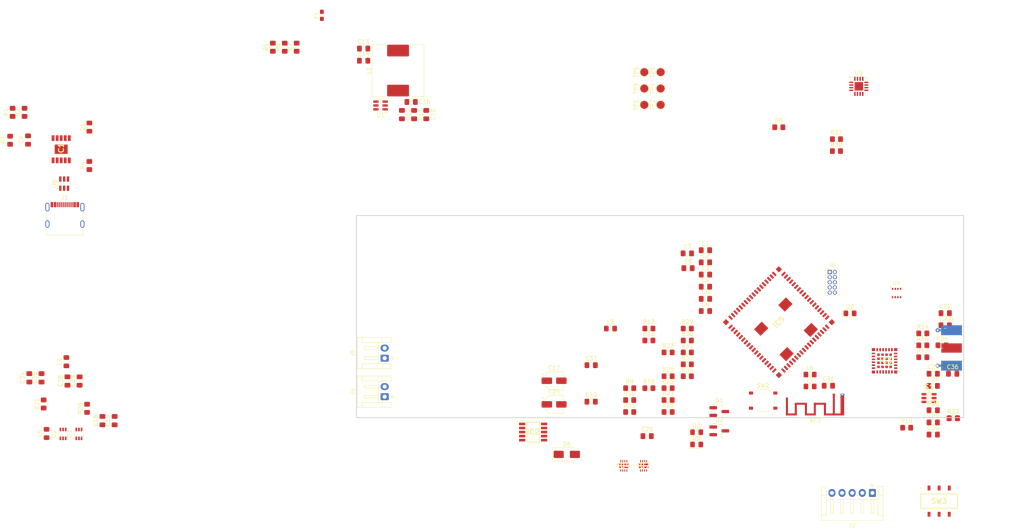
<source format=kicad_pcb>
(kicad_pcb (version 20241229) (generator "pcbnew") (generator_version "9.0")
  (layers (0 "F.Cu" signal) (2 "B.Cu" signal) (13 "F.Paste" user) (15 "B.Paste" user) (5 "F.SilkS" user "F.Silkscreen") (7 "B.SilkS" user "B.Silkscreen") (1 "F.Mask" user) (3 "B.Mask" user) (25 "Edge.Cuts" user))
  (net 0 "")
  (net 1 "GND")
  (net 2 "Net-(AE3-A)")
  (net 3 "VDD_NRF")
  (net 4 "Net-(IC1-VDD)")
  (net 5 "Sys Load")
  (net 6 "Net-(U1-SW)")
  (net 7 "Net-(U1-VBST)")
  (net 8 "Net-(C20-Pad2)")
  (net 9 "+4V")
  (net 10 "Net-(C31-Pad1)")
  (net 11 "Net-(S1-RFC)")
  (net 12 "RF_LORA")
  (net 13 "Net-(IC4-SS)")
  (net 14 "+5V")
  (net 15 "Net-(IC7-SS)")
  (net 16 "Net-(D1-A)")
  (net 17 "Net-(D1-K)")
  (net 18 "D+")
  (net 19 "D-")
  (net 20 "CC2")
  (net 22 "CC1")
  (net 24 "Net-(D2-A)")
  (net 25 "Net-(D3-K)")
  (net 26 "RST")
  (net 27 "Net-(D3-A)")
  (net 28 "Net-(D5-K)")
  (net 29 "Net-(IC4-OV1)")
  (net 30 "Charger Load")
  (net 31 "Net-(IC4-ILIM)")
  (net 32 "Net-(IC4-OV2)")
  (net 33 "Net-(U2-L)")
  (net 34 "VBUS")
  (net 35 "Sol Shunt 1")
  (net 36 "Net-(IC7-OV1)")
  (net 37 "Net-(IC7-OV2)")
  (net 39 "Net-(IC7-ILIM)")
  (net 40 "Bat Shunt 1")
  (net 41 "GPS_EN")
  (net 42 "GPS_TX")
  (net 43 "GPS_RX")
  (net 44 "Net-(IC3-ANT)")
  (net 48 "SWDIO")
  (net 49 "SWDCLK")
  (net 50 "Net-(IC2-CSP)")
  (net 51 "Net-(D6-K)")
  (net 52 "RF_WIFI_BT")
  (net 53 "Net-(U3-L)")
  (net 54 "Net-(IC2-DRV)")
  (net 55 "Net-(IC2-VCC)")
  (net 56 "Net-(IC2-VG)")
  (net 57 "Net-(IC1-CFG1)")
  (net 58 "Net-(IC1-VBUS)")
  (net 59 "Net-(U1-EN)")
  (net 60 "Net-(U1-VFB)")
  (net 61 "Net-(IC2-COM)")
  (net 62 "Net-(IC2-MPPT)")
  (net 63 "Net-(IC5-P0.03)")
  (net 64 "I2C SDA")
  (net 65 "I2C SCL")
  (net 66 "USE_ANT_2")
  (net 67 "Net-(U3-FB)")
  (net 68 "USE_ANT_1")
  (net 69 "USR_BUTTON")
  (net 70 "RADIO TX{slash}RX")
  (net 77 "Net-(U1-VIN)")
  (net 80 "Net-(IC3-RX3)")
  (net 81 "Net-(IC3-RX1)")
  (net 119 "Net-(J1-D+-PadA6)")
  (net 120 "Net-(J1-D--PadA7)")
  (net 121 "Net-(AE1-A)")
  (footprint "LED_SMD:LED_0805_2012Metric_Pad1.15x1.40mm_HandSolder" (layer "F.Cu") (at 167.475 96.03)
    (property "Reference" "D2" (at 0 -1.65 0) (layer "F.SilkS"))
    (property "Value" "LED")
    (pad "1" smd roundrect (at -1.025 0) (size 1.15 1.4) (layers "F.Cu" "F.Mask" "F.Paste") (roundrect_rratio 0.217391) (net 1 "GND"))
    (pad "2" smd roundrect (at 1.025 0) (size 1.15 1.4) (layers "F.Cu" "F.Mask" "F.Paste") (roundrect_rratio 0.217391) (net 24 "Net-(D2-A)"))
  )
  (footprint "TestPoint:TestPoint_Pad_D2.0mm" (layer "F.Cu") (at 116.61 44.45 90)
    (property "Reference" "TP1" (at 0 -1.998 90) (layer "F.SilkS"))
    (property "Value" "TestPoint")
    (pad "1" smd circle (at 0 0 90) (size 2 2) (layers "F.Cu" "F.Mask") (net 65 "I2C SCL"))
  )
  (footprint "Capacitor_SMD:C_0805_2012Metric_Pad1.18x1.45mm_HandSolder" (layer "F.Cu") (at 47.23 33.52)
    (property "Reference" "C14" (at 0 -1.68 0) (layer "F.SilkS"))
    (property "Value" "22uF")
    (pad "1" smd roundrect (at -1.0375 0) (size 1.175 1.45) (layers "F.Cu" "F.Mask" "F.Paste") (roundrect_rratio 0.212766) (net 1 "GND"))
    (pad "2" smd roundrect (at 1.0375 0) (size 1.175 1.45) (layers "F.Cu" "F.Mask" "F.Paste") (roundrect_rratio 0.212766) (net 3 "VDD_NRF"))
  )
  (footprint "Resistor_SMD:R_0805_2012Metric_Pad1.20x1.40mm_HandSolder" (layer "F.Cu") (at 127.25 105.7)
    (property "Reference" "R31" (at 0 -1.65 0) (layer "F.SilkS"))
    (property "Value" "5k")
    (pad "1" smd roundrect (at -1 0) (size 1.2 1.4) (layers "F.Cu" "F.Mask" "F.Paste") (roundrect_rratio 0.208333) (net 36 "Net-(IC7-OV1)"))
    (pad "2" smd roundrect (at 1 0) (size 1.2 1.4) (layers "F.Cu" "F.Mask" "F.Paste") (roundrect_rratio 0.208333) (net 1 "GND"))
  )
  (footprint "Resistor_SMD:R_0805_2012Metric_Pad1.20x1.40mm_HandSolder" (layer "F.Cu") (at 127.25 102.75)
    (property "Reference" "R30" (at 0 -1.65 0) (layer "F.SilkS"))
    (property "Value" "23.7k")
    (pad "1" smd roundrect (at -1 0) (size 1.2 1.4) (layers "F.Cu" "F.Mask" "F.Paste") (roundrect_rratio 0.208333) (net 34 "VBUS"))
    (pad "2" smd roundrect (at 1 0) (size 1.2 1.4) (layers "F.Cu" "F.Mask" "F.Paste") (roundrect_rratio 0.208333) (net 36 "Net-(IC7-OV1)"))
  )
  (footprint "Resistor_SMD:R_0805_2012Metric_Pad1.20x1.40mm_HandSolder" (layer "F.Cu") (at 193 122)
    (property "Reference" "R22" (at 0 -1.65 0) (layer "F.SilkS"))
    (property "Value" "4.7k")
    (pad "1" smd roundrect (at -1 0) (size 1.2 1.4) (layers "F.Cu" "F.Mask" "F.Paste") (roundrect_rratio 0.208333) (net 68 "USE_ANT_1"))
    (pad "2" smd roundrect (at 1 0) (size 1.2 1.4) (layers "F.Cu" "F.Mask" "F.Paste") (roundrect_rratio 0.208333) (net 1 "GND"))
  )
  (footprint "Resistor_SMD:R_0805_2012Metric_Pad1.20x1.40mm_HandSolder" (layer "F.Cu") (at -21.135 119.5375 90)
    (property "Reference" "R20" (at 0 -1.65 90) (layer "F.SilkS"))
    (property "Value" "100k")
    (pad "1" smd roundrect (at -1 0 90) (size 1.2 1.4) (layers "F.Cu" "F.Mask" "F.Paste") (roundrect_rratio 0.208333) (net 67 "Net-(U3-FB)"))
    (pad "2" smd roundrect (at 1 0 90) (size 1.2 1.4) (layers "F.Cu" "F.Mask" "F.Paste") (roundrect_rratio 0.208333) (net 1 "GND"))
  )
  (footprint "Capacitor_SMD:C_0805_2012Metric_Pad1.18x1.45mm_HandSolder" (layer "F.Cu") (at 188.0375 110.98)
    (property "Reference" "C25" (at 0 -1.68 0) (layer "F.SilkS"))
    (property "Value" "220pF")
    (pad "1" smd roundrect (at -1.0375 0) (size 1.175 1.45) (layers "F.Cu" "F.Mask" "F.Paste") (roundrect_rratio 0.212766) (net 9 "+4V"))
    (pad "2" smd roundrect (at 1.0375 0) (size 1.175 1.45) (layers "F.Cu" "F.Mask" "F.Paste") (roundrect_rratio 0.212766) (net 1 "GND"))
  )
  (footprint "Capacitor_SMD:C_0805_2012Metric_Pad1.18x1.45mm_HandSolder" (layer "F.Cu") (at 131.7275 89.44)
    (property "Reference" "C4" (at 0 -1.68 0) (layer "F.SilkS"))
    (property "Value" "100nF")
    (pad "1" smd roundrect (at -1.0375 0) (size 1.175 1.45) (layers "F.Cu" "F.Mask" "F.Paste") (roundrect_rratio 0.212766) (net 3 "VDD_NRF"))
    (pad "2" smd roundrect (at 1.0375 0) (size 1.175 1.45) (layers "F.Cu" "F.Mask" "F.Paste") (roundrect_rratio 0.212766) (net 1 "GND"))
  )
  (footprint "Inductor_SMD:L_SXN_SMDRI124" (layer "F.Cu") (at 55.74 35.96 90)
    (property "Reference" "L1" (at 0 -7.15 90) (layer "F.SilkS"))
    (property "Value" "2.2uH")
    (pad "1" smd roundrect (at -4.95 0 90) (size 2.9 5.4) (layers "F.Cu" "F.Mask" "F.Paste") (roundrect_rratio 0.086207) (net 6 "Net-(U1-SW)"))
    (pad "2" smd roundrect (at 4.95 0 90) (size 2.9 5.4) (layers "F.Cu" "F.Mask" "F.Paste") (roundrect_rratio 0.086207) (net 3 "VDD_NRF"))
  )
  (footprint "Package_TO_SOT_SMD:Texas_R-PDSO-G6" (layer "F.Cu") (at -27.075 125.87 90)
    (property "Reference" "U2" (at 0 -2.25 90) (layer "F.SilkS"))
    (property "Value" "TPS61222DCK")
    (pad "1" smd roundrect (at -1.1 -0.65 90) (size 0.9 0.4) (layers "F.Cu" "F.Mask" "F.Paste") (net 3 "VDD_NRF"))
    (pad "2" smd roundrect (at -1.1 0 90) (size 0.9 0.4) (layers "F.Cu" "F.Mask" "F.Paste") (net 14 "+5V"))
    (pad "3" smd roundrect (at -1.1 0.65 90) (size 0.9 0.4) (layers "F.Cu" "F.Mask" "F.Paste") (net 1 "GND"))
    (pad "4" smd roundrect (at 1.1 0.65 90) (size 0.9 0.4) (layers "F.Cu" "F.Mask" "F.Paste") (net 14 "+5V"))
    (pad "5" smd roundrect (at 1.1 0 90) (size 0.9 0.4) (layers "F.Cu" "F.Mask" "F.Paste") (net 33 "Net-(U2-L)"))
    (pad "6" smd roundrect (at 1.1 -0.65 90) (size 0.9 0.4) (layers "F.Cu" "F.Mask" "F.Paste") (net 3 "VDD_NRF"))
  )
  (footprint "TestPoint:TestPoint_Pad_D2.0mm" (layer "F.Cu") (at 116.61 36.35 90)
    (property "Reference" "TP5" (at 0 -1.998 90) (layer "F.SilkS"))
    (property "Value" "TestPoint")
    (pad "1" smd circle (at 0 0 90) (size 2 2) (layers "F.Cu" "F.Mask") (net 5 "Sys Load"))
  )
  (footprint "Resistor_SMD:R_0805_2012Metric_Pad1.20x1.40mm_HandSolder" (layer "F.Cu") (at 117.75 99.8)
    (property "Reference" "R12" (at 0 -1.65 0) (layer "F.SilkS"))
    (property "Value" "51k")
    (pad "1" smd roundrect (at -1 0) (size 1.2 1.4) (layers "F.Cu" "F.Mask" "F.Paste") (roundrect_rratio 0.208333) (net 30 "Charger Load"))
    (pad "2" smd roundrect (at 1 0) (size 1.2 1.4) (layers "F.Cu" "F.Mask" "F.Paste") (roundrect_rratio 0.208333) (net 62 "Net-(IC2-MPPT)"))
  )
  (footprint "TestPoint:TestPoint_Pad_D2.0mm" (layer "F.Cu") (at 120.66 40.4 90)
    (property "Reference" "TP4" (at 0 -1.998 90) (layer "F.SilkS"))
    (property "Value" "TestPoint")
    (pad "1" smd circle (at 0 0 90) (size 2 2) (layers "F.Cu" "F.Mask") (net 35 "Sol Shunt 1"))
  )
  (footprint "Package_DFN_QFN:Texas_RGV0016A_VQFN-16-1EP_4x4mm_P0.65mm_EP2.1x2.1mm" (layer "F.Cu") (at 169.645 39.8625)
    (property "Reference" "U5" (at 0 -3.33 0) (layer "F.SilkS"))
    (property "Value" "INA3221")
    (pad "1" smd roundrect (at -1.8625 -0.975) (size 1.025 0.35) (layers "F.Cu" "F.Mask" "F.Paste") (net 5 "Sys Load"))
    (pad "2" smd roundrect (at -1.8625 -0.325) (size 1.025 0.35) (layers "F.Cu" "F.Mask" "F.Paste") (net 5 "Sys Load"))
    (pad "3" smd roundrect (at -1.8625 0.325) (size 1.025 0.35) (layers "F.Cu" "F.Mask" "F.Paste") (net 1 "GND"))
    (pad "4" smd roundrect (at -1.8625 0.975) (size 1.025 0.35) (layers "F.Cu" "F.Mask" "F.Paste") (net 3 "VDD_NRF"))
    (pad "5" smd roundrect (at -0.975 1.8625) (size 0.35 1.025) (layers "F.Cu" "F.Mask" "F.Paste"))
    (pad "6" smd roundrect (at -0.325 1.8625) (size 0.35 1.025) (layers "F.Cu" "F.Mask" "F.Paste") (net 65 "I2C SCL"))
    (pad "7" smd roundrect (at 0.325 1.8625) (size 0.35 1.025) (layers "F.Cu" "F.Mask" "F.Paste") (net 64 "I2C SDA"))
    (pad "8" smd roundrect (at 0.975 1.8625) (size 0.35 1.025) (layers "F.Cu" "F.Mask" "F.Paste"))
    (pad "9" smd roundrect (at 1.8625 0.975) (size 1.025 0.35) (layers "F.Cu" "F.Mask" "F.Paste"))
    (pad "10" smd roundrect (at 1.8625 0.325) (size 1.025 0.35) (layers "F.Cu" "F.Mask" "F.Paste"))
    (pad "11" smd roundrect (at 1.8625 -0.325) (size 1.025 0.35) (layers "F.Cu" "F.Mask" "F.Paste") (net 40 "Bat Shunt 1"))
    (pad "12" smd roundrect (at 1.8625 -0.975) (size 1.025 0.35) (layers "F.Cu" "F.Mask" "F.Paste") (net 40 "Bat Shunt 1"))
    (pad "13" smd roundrect (at 0.975 -1.8625) (size 0.35 1.025) (layers "F.Cu" "F.Mask" "F.Paste"))
    (pad "14" smd roundrect (at 0.325 -1.8625) (size 0.35 1.025) (layers "F.Cu" "F.Mask" "F.Paste") (net 35 "Sol Shunt 1"))
    (pad "15" smd roundrect (at -0.325 -1.8625) (size 0.35 1.025) (layers "F.Cu" "F.Mask" "F.Paste") (net 35 "Sol Shunt 1"))
    (pad "16" smd roundrect (at -0.975 -1.8625) (size 0.35 1.025) (layers "F.Cu" "F.Mask" "F.Paste") (net 3 "VDD_NRF"))
    (pad "17" smd rect (at 0 0) (size 2.1 2.1) (property pad_prop_heatsink) (layers "F.Cu" "F.Mask"))
  )
  (footprint "Resistor_SMD:R_0805_2012Metric_Pad1.20x1.40mm_HandSolder" (layer "F.Cu") (at 113 117.5)
    (property "Reference" "R10" (at 0 -1.65 0) (layer "F.SilkS"))
    (property "Value" "120")
    (pad "1" smd roundrect (at -1 0) (size 1.2 1.4) (layers "F.Cu" "F.Mask" "F.Paste") (roundrect_rratio 0.208333) (net 61 "Net-(IC2-COM)"))
    (pad "2" smd roundrect (at 1 0) (size 1.2 1.4) (layers "F.Cu" "F.Mask" "F.Paste") (roundrect_rratio 0.208333) (net 8 "Net-(C20-Pad2)"))
  )
  (footprint "LED_SMD:LED_0805_2012Metric_Pad1.15x1.40mm_HandSolder" (layer "F.Cu") (at 129.5595 125.435)
    (property "Reference" "D3" (at 0 -1.65 0) (layer "F.SilkS"))
    (property "Value" "LED")
    (pad "1" smd roundrect (at -1.025 0) (size 1.15 1.4) (layers "F.Cu" "F.Mask" "F.Paste") (roundrect_rratio 0.217391) (net 25 "Net-(D3-K)"))
    (pad "2" smd roundrect (at 1.025 0) (size 1.15 1.4) (layers "F.Cu" "F.Mask" "F.Paste") (roundrect_rratio 0.217391) (net 27 "Net-(D3-A)"))
  )
  (footprint "Capacitor_SMD:C_0805_2012Metric_Pad1.18x1.45mm_HandSolder" (layer "F.Cu") (at 56.7 46.86 -90)
    (property "Reference" "C12" (at 0 -1.68 90) (layer "F.SilkS"))
    (property "Value" "0.1uF")
    (pad "1" smd roundrect (at -1.0375 0 270) (size 1.175 1.45) (layers "F.Cu" "F.Mask" "F.Paste") (roundrect_rratio 0.212766) (net 77 "Net-(U1-VIN)"))
    (pad "2" smd roundrect (at 1.0375 0 270) (size 1.175 1.45) (layers "F.Cu" "F.Mask" "F.Paste") (roundrect_rratio 0.212766) (net 1 "GND"))
  )
  (footprint "Package_TO_SOT_SMD:Texas_R-PDSO-G6" (layer "F.Cu") (at -23.15 125.87 90)
    (property "Reference" "U3" (at 0 -2.25 90) (layer "F.SilkS"))
    (property "Value" "TPS61222DCK")
    (pad "1" smd roundrect (at -1.1 -0.65 90) (size 0.9 0.4) (layers "F.Cu" "F.Mask" "F.Paste") (net 3 "VDD_NRF"))
    (pad "2" smd roundrect (at -1.1 0 90) (size 0.9 0.4) (layers "F.Cu" "F.Mask" "F.Paste") (net 67 "Net-(U3-FB)"))
    (pad "3" smd roundrect (at -1.1 0.65 90) (size 0.9 0.4) (layers "F.Cu" "F.Mask" "F.Paste") (net 1 "GND"))
    (pad "4" smd roundrect (at 1.1 0.65 90) (size 0.9 0.4) (layers "F.Cu" "F.Mask" "F.Paste") (net 14 "+5V"))
    (pad "5" smd roundrect (at 1.1 0 90) (size 0.9 0.4) (layers "F.Cu" "F.Mask" "F.Paste") (net 53 "Net-(U3-L)"))
    (pad "6" smd roundrect (at 1.1 -0.65 90) (size 0.9 0.4) (layers "F.Cu" "F.Mask" "F.Paste") (net 3 "VDD_NRF"))
  )
  (footprint "Package_TO_SOT_SMD:SOT-23-6" (layer "F.Cu") (at -26.8 63.94 90)
    (property "Reference" "U6" (at 0 -2.4 90) (layer "F.SilkS"))
    (property "Value" "USBLC6-2SC6")
    (pad "1" smd roundrect (at -1.1375 -0.95 90) (size 1.325 0.6) (layers "F.Cu" "F.Mask" "F.Paste") (net 120 "Net-(J1-D--PadA7)"))
    (pad "2" smd roundrect (at -1.1375 0 90) (size 1.325 0.6) (layers "F.Cu" "F.Mask" "F.Paste") (net 1 "GND"))
    (pad "3" smd roundrect (at -1.1375 0.95 90) (size 1.325 0.6) (layers "F.Cu" "F.Mask" "F.Paste") (net 119 "Net-(J1-D+-PadA6)"))
    (pad "4" smd roundrect (at 1.1375 0.95 90) (size 1.325 0.6) (layers "F.Cu" "F.Mask" "F.Paste") (net 18 "D+"))
    (pad "5" smd roundrect (at 1.1375 0 90) (size 1.325 0.6) (layers "F.Cu" "F.Mask" "F.Paste") (net 34 "VBUS"))
    (pad "6" smd roundrect (at 1.1375 -0.95 90) (size 1.325 0.6) (layers "F.Cu" "F.Mask" "F.Paste") (net 19 "D-"))
  )
  (footprint "Resistor_SMD:R_0805_2012Metric_Pad1.20x1.40mm_HandSolder" (layer "F.Cu") (at 27.73 30.18 90)
    (property "Reference" "R6" (at 0 -1.65 90) (layer "F.SilkS"))
    (property "Value" "10k")
    (pad "1" smd roundrect (at -1 0 90) (size 1.2 1.4) (layers "F.Cu" "F.Mask" "F.Paste") (roundrect_rratio 0.208333) (net 60 "Net-(U1-VFB)"))
    (pad "2" smd roundrect (at 1 0 90) (size 1.2 1.4) (layers "F.Cu" "F.Mask" "F.Paste") (roundrect_rratio 0.208333) (net 1 "GND"))
  )
  (footprint "Connector_Coaxial:SMA_Molex_73251-1153_EdgeMount_Horizontal" (layer "F.Cu") (at 190.85 104.61 180)
    (property "Reference" "J3" (at -1.5 7 0) (layer "F.SilkS"))
    (property "Value" "Conn_Coaxial_Small")
    (pad "1" smd rect (at -1.72 0 180) (size 5.08 2.29) (layers "F.Cu" "F.Mask" "F.Paste") (net 44 "Net-(IC3-ANT)"))
    (pad "2" smd rect (at -1.72 -4.38 180) (size 5.08 2.42) (layers "F.Cu" "F.Mask" "F.Paste") (net 1 "GND"))
    (pad "2" smd rect (at -1.72 -4.38 180) (size 5.08 2.42) (layers "B.Cu" "B.Mask" "B.Paste") (net 1 "GND"))
    (pad "2" smd rect (at -1.72 4.38 180) (size 5.08 2.42) (layers "F.Cu" "F.Mask" "F.Paste") (net 1 "GND"))
    (pad "2" smd rect (at -1.72 4.38 180) (size 5.08 2.42) (layers "B.Cu" "B.Mask" "B.Paste") (net 1 "GND"))
    (pad "2" smd rect (at 1.27 -4.38 180) (size 0.95 0.46) (layers "F.Cu") (net 1 "GND"))
    (pad "2" smd rect (at 1.27 -4.38 180) (size 0.95 0.46) (layers "B.Cu") (net 1 "GND"))
    (pad "2" smd rect (at 1.27 4.38 180) (size 0.95 0.46) (layers "F.Cu") (net 1 "GND"))
    (pad "2" smd rect (at 1.27 4.38 180) (size 0.95 0.46) (layers "B.Cu") (net 1 "GND"))
    (pad "2" thru_hole circle (at 1.72 -4.38 180) (size 0.97 0.97) (drill 0.46) (layers "*.Cu") (net 1 "GND"))
    (pad "2" thru_hole circle (at 1.72 4.38 180) (size 0.97 0.97) (drill 0.46) (layers "*.Cu") (net 1 "GND"))
  )
  (footprint "Package_TO_SOT_SMD:SOT-23_Handsoldering" (layer "F.Cu") (at 135.1545 120.335)
    (property "Reference" "Q1" (at 0 -2.75 0) (layer "F.SilkS"))
    (property "Value" "PMOS")
    (pad "1" smd roundrect (at -1.5 -0.95) (size 1.9 0.8) (layers "F.Cu" "F.Mask" "F.Paste") (net 55 "Net-(IC2-VCC)"))
    (pad "2" smd roundrect (at -1.5 0.95) (size 1.9 0.8) (layers "F.Cu" "F.Mask" "F.Paste") (net 54 "Net-(IC2-DRV)"))
    (pad "3" smd roundrect (at 1.5 0) (size 1.9 0.8) (layers "F.Cu" "F.Mask" "F.Paste") (net 51 "Net-(D6-K)"))
  )
  (footprint "Connector_PinHeader_1.27mm:PinHeader_2x05_P1.27mm_Vertical" (layer "F.Cu") (at 162.45 85.81)
    (property "Reference" "J6" (at 0.635 -1.695 0) (layer "F.SilkS"))
    (property "Value" "Conn_ARM_JTAG_SWD_10")
    (pad "1" thru_hole rect (at 0 0) (size 1 1) (drill 0.65) (layers "*.Cu" "*.Mask") (net 3 "VDD_NRF"))
    (pad "2" thru_hole oval (at 1.27 0) (size 1 1) (drill 0.65) (layers "*.Cu" "*.Mask") (net 48 "SWDIO"))
    (pad "3" thru_hole oval (at 0 1.27) (size 1 1) (drill 0.65) (layers "*.Cu" "*.Mask") (net 1 "GND"))
    (pad "4" thru_hole oval (at 1.27 1.27) (size 1 1) (drill 0.65) (layers "*.Cu" "*.Mask") (net 49 "SWDCLK"))
    (pad "5" thru_hole oval (at 0 2.54) (size 1 1) (drill 0.65) (layers "*.Cu" "*.Mask") (net 1 "GND"))
    (pad "6" thru_hole oval (at 1.27 2.54) (size 1 1) (drill 0.65) (layers "*.Cu" "*.Mask"))
    (pad "7" thru_hole oval (at 0 3.81) (size 1 1) (drill 0.65) (layers "*.Cu" "*.Mask"))
    (pad "8" thru_hole oval (at 1.27 3.81) (size 1 1) (drill 0.65) (layers "*.Cu" "*.Mask"))
    (pad "9" thru_hole oval (at 0 5.08) (size 1 1) (drill 0.65) (layers "*.Cu" "*.Mask") (net 1 "GND"))
    (pad "10" thru_hole oval (at 1.27 5.08) (size 1 1) (drill 0.65) (layers "*.Cu" "*.Mask") (net 26 "RST"))
  )
  (footprint "Capacitor_SMD:C_0805_2012Metric_Pad1.18x1.45mm_HandSolder" (layer "F.Cu") (at 131.7275 83.42)
    (property "Reference" "C2" (at 0 -1.68 0) (layer "F.SilkS"))
    (property "Value" "10uF")
    (pad "1" smd roundrect (at -1.0375 0) (size 1.175 1.45) (layers "F.Cu" "F.Mask" "F.Paste") (roundrect_rratio 0.212766) (net 3 "VDD_NRF"))
    (pad "2" smd roundrect (at 1.0375 0) (size 1.175 1.45) (layers "F.Cu" "F.Mask" "F.Paste") (roundrect_rratio 0.212766) (net 1 "GND"))
  )
  (footprint "Inductor_SMD:L_0805_2012Metric_Pad1.15x1.40mm_HandSolder" (layer "F.Cu") (at 108.25 99.8)
    (property "Reference" "L2" (at 0 -1.65 0) (layer "F.SilkS"))
    (property "Value" "10uH")
    (pad "1" smd roundrect (at -1.025 0) (size 1.15 1.4) (layers "F.Cu" "F.Mask" "F.Paste") (roundrect_rratio 0.217391) (net 51 "Net-(D6-K)"))
    (pad "2" smd roundrect (at 1.025 0) (size 1.15 1.4) (layers "F.Cu" "F.Mask" "F.Paste") (roundrect_rratio 0.217391) (net 50 "Net-(IC2-CSP)"))
  )
  (footprint "Resistor_SMD:R_0805_2012Metric_Pad1.20x1.40mm_HandSolder" (layer "F.Cu") (at 122.5 111.6)
    (property "Reference" "R25" (at 0 -1.65 0) (layer "F.SilkS"))
    (property "Value" "5k")
    (pad "1" smd roundrect (at -1 0) (size 1.2 1.4) (layers "F.Cu" "F.Mask" "F.Paste") (roundrect_rratio 0.208333) (net 32 "Net-(IC4-OV2)"))
    (pad "2" smd roundrect (at 1 0) (size 1.2 1.4) (layers "F.Cu" "F.Mask" "F.Paste") (roundrect_rratio 0.208333) (net 1 "GND"))
  )
  (footprint "Resistor_SMD:R_0805_2012Metric_Pad1.20x1.40mm_HandSolder" (layer "F.Cu") (at 30.68 30.18 90)
    (property "Reference" "R7" (at 0 -1.65 90) (layer "F.SilkS"))
    (property "Value" "33.2k")
    (pad "1" smd roundrect (at -1 0 90) (size 1.2 1.4) (layers "F.Cu" "F.Mask" "F.Paste") (roundrect_rratio 0.208333) (net 3 "VDD_NRF"))
    (pad "2" smd roundrect (at 1 0 90) (size 1.2 1.4) (layers "F.Cu" "F.Mask" "F.Paste") (roundrect_rratio 0.208333) (net 60 "Net-(U1-VFB)"))
  )
  (footprint "Capacitor_SMD:C_0805_2012Metric_Pad1.18x1.45mm_HandSolder" (layer "F.Cu") (at 192.8475 110.98)
    (property "Reference" "C36" (at 0 -1.68 0) (layer "F.SilkS"))
    (property "Value" "100pF")
    (pad "1" smd roundrect (at -1.0375 0) (size 1.175 1.45) (layers "F.Cu" "F.Mask" "F.Paste") (roundrect_rratio 0.212766) (net 12 "RF_LORA"))
    (pad "2" smd roundrect (at 1.0375 0) (size 1.175 1.45) (layers "F.Cu" "F.Mask" "F.Paste") (roundrect_rratio 0.212766) (net 11 "Net-(S1-RFC)"))
  )
  (footprint "Capacitor_SMD:C_0805_2012Metric_Pad1.18x1.45mm_HandSolder" (layer "F.Cu") (at 127.2525 81.2)
    (property "Reference" "C7" (at 0 -1.68 0) (layer "F.SilkS"))
    (property "Value" "10uF")
    (pad "1" smd roundrect (at -1.0375 0) (size 1.175 1.45) (layers "F.Cu" "F.Mask" "F.Paste") (roundrect_rratio 0.212766) (net 3 "VDD_NRF"))
    (pad "2" smd roundrect (at 1.0375 0) (size 1.175 1.45) (layers "F.Cu" "F.Mask" "F.Paste") (roundrect_rratio 0.212766) (net 1 "GND"))
  )
  (footprint "TPS:TPS2121RUXT" (layer "F.Cu") (at 111.5395 133.765)
    (property "Reference" "IC4" (at 0 0 0) (layer "F.SilkS") (effects (font (size 1.27 1.27) (thickness 0.254))))
    (property "Value" "TPS2121RUXT" (hide yes))
    (pad "1" smd rect (at -0.675 -0.35 90) (size 0.4 1.05) (layers "F.Cu" "F.Mask" "F.Paste") (net 30 "Charger Load"))
    (pad "2" smd rect (at -0.675 0.35 90) (size 0.4 1.05) (layers "F.Cu" "F.Mask" "F.Paste") (net 35 "Sol Shunt 1"))
    (pad "3" smd rect (at -0.75 1.15) (size 0.2 0.6) (layers "F.Cu" "F.Mask" "F.Paste") (net 1 "GND"))
    (pad "4" smd rect (at -0.25 1.15) (size 0.2 0.6) (layers "F.Cu" "F.Mask" "F.Paste") (net 32 "Net-(IC4-OV2)"))
    (pad "5" smd rect (at 0.25 1.15) (size 0.2 0.6) (layers "F.Cu" "F.Mask" "F.Paste") (net 29 "Net-(IC4-OV1)"))
    (pad "6" smd rect (at 0.75 1.15) (size 0.2 0.6) (layers "F.Cu" "F.Mask" "F.Paste") (net 1 "GND"))
    (pad "7" smd rect (at 0.675 0.35 90) (size 0.4 1.05) (layers "F.Cu" "F.Mask" "F.Paste") (net 34 "VBUS"))
    (pad "8" smd rect (at 0.675 -0.35 90) (size 0.4 1.05) (layers "F.Cu" "F.Mask" "F.Paste") (net 30 "Charger Load"))
    (pad "9" smd rect (at 0.75 -1.15) (size 0.2 0.6) (layers "F.Cu" "F.Mask" "F.Paste") (net 1 "GND"))
    (pad "10" smd rect (at 0.25 -1.15) (size 0.2 0.6) (layers "F.Cu" "F.Mask" "F.Paste") (net 31 "Net-(IC4-ILIM)"))
    (pad "11" smd rect (at -0.25 -1.15) (size 0.2 0.6) (layers "F.Cu" "F.Mask" "F.Paste") (net 13 "Net-(IC4-SS)"))
    (pad "12" smd rect (at -0.75 -1.15) (size 0.2 0.6) (layers "F.Cu" "F.Mask" "F.Paste") (net 1 "GND"))
  )
  (footprint "Capacitor_SMD:C_0805_2012Metric_Pad1.18x1.45mm_HandSolder" (layer "F.Cu") (at -32.395 111.99 90)
    (property "Reference" "C35" (at 0 -1.68 90) (layer "F.SilkS"))
    (property "Value" "10uF")
    (pad "1" smd roundrect (at -1.0375 0 90) (size 1.175 1.45) (layers "F.Cu" "F.Mask" "F.Paste") (roundrect_rratio 0.212766) (net 14 "+5V"))
    (pad "2" smd roundrect (at 1.0375 0 90) (size 1.175 1.45) (layers "F.Cu" "F.Mask" "F.Paste") (roundrect_rratio 0.212766) (net 1 "GND"))
  )
  (footprint "Connector_JST:JST_EH_S2B-EH_1x02_P2.50mm_Horizontal" (layer "F.Cu") (at 52.4325 107.12 90)
    (property "Reference" "J5" (at 1.25 -7.9 90) (layer "F.SilkS"))
    (property "Value" "Conn_01x02_Socket")
    (pad "1" thru_hole roundrect (at 0 0 90) (size 1.7 2) (drill 1) (layers "*.Cu" "*.Mask") (roundrect_rratio 0.147059) (net 35 "Sol Shunt 1"))
    (pad "2" thru_hole oval (at 2.5 0 90) (size 1.7 2) (drill 1) (layers "*.Cu" "*.Mask") (net 1 "GND"))
  )
  (footprint "Capacitor_SMD:CP_Elec_4x5.4" (layer "F.Cu") (at 94.313 112.71)
    (property "Reference" "C17" (at 0 -3.2 0) (layer "F.SilkS"))
    (property "Value" "10uF")
    (pad "1" smd roundrect (at -1.8 0) (size 2.6 1.6) (layers "F.Cu" "F.Mask" "F.Paste") (roundrect_rratio 0.15625) (net 40 "Bat Shunt 1"))
    (pad "2" smd roundrect (at 1.8 0) (size 2.6 1.6) (layers "F.Cu" "F.Mask" "F.Paste") (roundrect_rratio 0.15625) (net 1 "GND"))
  )
  (footprint "Resistor_SMD:R_0805_2012Metric_Pad1.20x1.40mm_HandSolder" (layer "F.Cu") (at 122.5 105.7)
    (property "Reference" "R23" (at 0 -1.65 0) (layer "F.SilkS"))
    (property "Value" "51.1k")
    (pad "1" smd roundrect (at -1 0) (size 1.2 1.4) (layers "F.Cu" "F.Mask" "F.Paste") (roundrect_rratio 0.208333) (net 39 "Net-(IC7-ILIM)"))
    (pad "2" smd roundrect (at 1 0) (size 1.2 1.4) (layers "F.Cu" "F.Mask" "F.Paste") (roundrect_rratio 0.208333) (net 1 "GND"))
  )
  (footprint "Resistor_SMD:R_0805_2012Metric_Pad1.20x1.40mm_HandSolder" (layer "F.Cu") (at -36.59 46.3 90)
    (property "Reference" "R2" (at 0 -1.65 90) (layer "F.SilkS"))
    (property "Value" "1k")
    (pad "1" smd roundrect (at -1 0 90) (size 1.2 1.4) (layers "F.Cu" "F.Mask" "F.Paste") (roundrect_rratio 0.208333) (net 34 "VBUS"))
    (pad "2" smd roundrect (at 1 0 90) (size 1.2 1.4) (layers "F.Cu" "F.Mask" "F.Paste") (roundrect_rratio 0.208333) (net 4 "Net-(IC1-VDD)"))
  )
  (footprint "Diode_SMD:D_SMA" (layer "F.Cu") (at 97.458 130.93)
    (property "Reference" "D6" (at 0 -2.5 0) (layer "F.SilkS"))
    (property "Value" "D_Schottky")
    (pad "1" smd roundrect (at -2 0) (size 2.5 1.8) (layers "F.Cu" "F.Mask" "F.Paste") (roundrect_rratio 0.1388888889) (net 51 "Net-(D6-K)"))
    (pad "2" smd roundrect (at 2 0) (size 2.5 1.8) (layers "F.Cu" "F.Mask" "F.Paste") (roundrect_rratio 0.1388888889) (net 1 "GND"))
  )
  (footprint "Capacitor_SMD:C_0805_2012Metric_Pad1.18x1.45mm_HandSolder" (layer "F.Cu") (at 162.12 113.95)
    (property "Reference" "C31" (at 0 -1.68 0) (layer "F.SilkS"))
    (property "Value" "1.0pF")
    (pad "1" smd roundrect (at -1.0375 0) (size 1.175 1.45) (layers "F.Cu" "F.Mask" "F.Paste") (roundrect_rratio 0.212766) (net 10 "Net-(C31-Pad1)"))
    (pad "2" smd roundrect (at 1.0375 0) (size 1.175 1.45) (layers "F.Cu" "F.Mask" "F.Paste") (roundrect_rratio 0.212766) (net 1 "GND"))
  )
  (footprint "Capacitor_SMD:C_0805_2012Metric_Pad1.18x1.45mm_HandSolder" (layer "F.Cu") (at 188.0375 126.03)
    (property "Reference" "C30" (at 0 -1.68 0) (layer "F.SilkS"))
    (property "Value" "220pF")
    (pad "1" smd roundrect (at -1.0375 0) (size 1.175 1.45) (layers "F.Cu" "F.Mask" "F.Paste") (roundrect_rratio 0.212766) (net 3 "VDD_NRF"))
    (pad "2" smd roundrect (at 1.0375 0) (size 1.175 1.45) (layers "F.Cu" "F.Mask" "F.Paste") (roundrect_rratio 0.212766) (net 1 "GND"))
  )
  (footprint "Capacitor_SMD:C_0805_2012Metric_Pad1.18x1.45mm_HandSolder" (layer "F.Cu") (at 188.0375 120.01)
    (property "Reference" "C28" (at 0 -1.68 0) (layer "F.SilkS"))
    (property "Value" "0.047uF")
    (pad "1" smd roundrect (at -1.0375 0) (size 1.175 1.45) (layers "F.Cu" "F.Mask" "F.Paste") (roundrect_rratio 0.212766) (net 9 "+4V"))
    (pad "2" smd roundrect (at 1.0375 0) (size 1.175 1.45) (layers "F.Cu" "F.Mask" "F.Paste") (roundrect_rratio 0.212766) (net 1 "GND"))
  )
  (footprint "meshtastic:SS3235SL3" (layer "F.Cu") (at 189.5 142.5)
    (property "Reference" "SW3" (at 0 0 0) (layer "F.SilkS") (effects (font (size 1.27 1.27) (thickness 0.254))))
    (property "Value" "SW_DPDT_x2" (hide yes))
    (pad "1" smd rect (at -2.5 -3.25) (size 0.7 1.2) (layers "F.Cu" "F.Mask" "F.Paste") (net 68 "USE_ANT_1"))
    (pad "2" smd rect (at 0 -3.25) (size 0.7 1.2) (layers "F.Cu" "F.Mask" "F.Paste") (net 3 "VDD_NRF"))
    (pad "3" smd rect (at 2.5 -3.25) (size 0.7 1.2) (layers "F.Cu" "F.Mask" "F.Paste") (net 66 "USE_ANT_2"))
    (pad "4" smd rect (at -2.5 3.25) (size 0.7 1.2) (layers "F.Cu" "F.Mask" "F.Paste"))
    (pad "5" smd rect (at 0 3.25) (size 0.7 1.2) (layers "F.Cu" "F.Mask" "F.Paste"))
    (pad "6" smd rect (at 2.5 3.25) (size 0.7 1.2) (layers "F.Cu" "F.Mask" "F.Paste"))
  )
  (footprint "LED_SMD:LED_0805_2012Metric_Pad1.15x1.40mm_HandSolder" (layer "F.Cu") (at -20.57 49.955 90)
    (property "Reference" "D1" (at 0 -1.65 90) (layer "F.SilkS"))
    (property "Value" "LED")
    (pad "1" smd roundrect (at -1.025 0 90) (size 1.15 1.4) (layers "F.Cu" "F.Mask" "F.Paste") (roundrect_rratio 0.217391) (net 17 "Net-(D1-K)"))
    (pad "2" smd roundrect (at 1.025 0 90) (size 1.15 1.4) (layers "F.Cu" "F.Mask" "F.Paste") (roundrect_rratio 0.217391) (net 16 "Net-(D1-A)"))
  )
  (footprint "Resistor_SMD:R_0805_2012Metric_Pad1.20x1.40mm_HandSolder" (layer "F.Cu") (at 185.4625 106.89)
    (property "Reference" "R17" (at 0 -1.65 0) (layer "F.SilkS"))
    (property "Value" "4.7k")
    (pad "1" smd roundrect (at -1 0) (size 1.2 1.4) (layers "F.Cu" "F.Mask" "F.Paste") (roundrect_rratio 0.208333) (net 3 "VDD_NRF"))
    (pad "2" smd roundrect (at 1 0) (size 1.2 1.4) (layers "F.Cu" "F.Mask" "F.Paste") (roundrect_rratio 0.208333) (net 65 "I2C SCL"))
  )
  (footprint "Inductor_SMD:L_0805_2012Metric_Pad1.15x1.40mm_HandSolder" (layer "F.Cu") (at 157.595 114.13)
    (property "Reference" "L7" (at 0 -1.65 0) (layer "F.SilkS"))
    (property "Value" "4.7nH")
    (pad "1" smd roundrect (at -1.025 0) (size 1.15 1.4) (layers "F.Cu" "F.Mask" "F.Paste") (roundrect_rratio 0.217391) (net 10 "Net-(C31-Pad1)"))
    (pad "2" smd roundrect (at 1.025 0) (size 1.15 1.4) (layers "F.Cu" "F.Mask" "F.Paste") (roundrect_rratio 0.217391) (net 2 "Net-(AE3-A)"))
  )
  (footprint "Connector_JST:JST_EH_S5B-EH_1x05_P2.50mm_Horizontal" (layer "F.Cu") (at 173 140.4675 180)
    (property "Reference" "J2" (at 5 -8.0325 0) (layer "F.SilkS"))
    (property "Value" "Conn_01x05_Socket")
    (pad "1" thru_hole roundrect (at 0 0 180) (size 1.7 1.95) (drill 0.95) (layers "*.Cu" "*.Mask") (roundrect_rratio 0.147059) (net 3 "VDD_NRF"))
    (pad "2" thru_hole oval (at 2.5 0 180) (size 1.7 1.95) (drill 0.95) (layers "*.Cu" "*.Mask") (net 41 "GPS_EN"))
    (pad "3" thru_hole oval (at 5 0 180) (size 1.7 1.95) (drill 0.95) (layers "*.Cu" "*.Mask") (net 42 "GPS_TX"))
    (pad "4" thru_hole oval (at 7.5 0 180) (size 1.7 1.95) (drill 0.95) (layers "*.Cu" "*.Mask") (net 43 "GPS_RX"))
    (pad "5" thru_hole oval (at 10 0 180) (size 1.7 1.95) (drill 0.95) (layers "*.Cu" "*.Mask") (net 1 "GND"))
  )
  (footprint "Capacitor_SMD:C_0805_2012Metric_Pad1.18x1.45mm_HandSolder" (layer "F.Cu") (at 191 95.99)
    (property "Reference" "C22" (at 0 -1.68 0) (layer "F.SilkS"))
    (property "Value" "100nF")
    (pad "1" smd roundrect (at -1.0375 0) (size 1.175 1.45) (layers "F.Cu" "F.Mask" "F.Paste") (roundrect_rratio 0.212766) (net 1 "GND"))
    (pad "2" smd roundrect (at 1.0375 0) (size 1.175 1.45) (layers "F.Cu" "F.Mask" "F.Paste") (roundrect_rratio 0.212766) (net 3 "VDD_NRF"))
  )
  (footprint "Resistor_SMD:R_0805_2012Metric_Pad1.20x1.40mm_HandSolder" (layer "F.Cu") (at 127.25 111.6)
    (property "Reference" "R36" (at 0 -1.65 0) (layer "F.SilkS"))
    (property "Value" "0.1")
    (pad "1" smd roundrect (at -1 0) (size 1.2 1.4) (layers "F.Cu" "F.Mask" "F.Paste") (roundrect_rratio 0.208333) (net 50 "Net-(IC2-CSP)"))
    (pad "2" smd roundrect (at 1 0) (size 1.2 1.4) (layers "F.Cu" "F.Mask" "F.Paste") (roundrect_rratio 0.208333) (net 40 "Bat Shunt 1"))
  )
  (footprint "TestPoint:TestPoint_Pad_D2.0mm" (layer "F.Cu") (at 120.66 44.45 90)
    (property "Reference" "TP2" (at 0 -1.998 90) (layer "F.SilkS"))
    (property "Value" "TestPoint")
    (pad "1" smd circle (at 0 0 90) (size 2 2) (layers "F.Cu" "F.Mask") (net 64 "I2C SDA"))
  )
  (footprint "Resistor_SMD:R_0805_2012Metric_Pad1.20x1.40mm_HandSolder" (layer "F.Cu") (at 122.5 114.55)
    (property "Reference" "R26" (at 0 -1.65 0) (layer "F.SilkS"))
    (property "Value" "23.7k")
    (pad "1" smd roundrect (at -1 0) (size 1.2 1.4) (layers "F.Cu" "F.Mask" "F.Paste") (roundrect_rratio 0.208333) (net 35 "Sol Shunt 1"))
    (pad "2" smd roundrect (at 1 0) (size 1.2 1.4) (layers "F.Cu" "F.Mask" "F.Paste") (roundrect_rratio 0.208333) (net 32 "Net-(IC4-OV2)"))
  )
  (footprint "Resistor_SMD:R_0805_2012Metric_Pad1.20x1.40mm_HandSolder" (layer "F.Cu") (at 117.75 102.75)
    (property "Reference" "R13" (at 0 -1.65 0) (layer "F.SilkS"))
    (property "Value" "51.1k")
    (pad "1" smd roundrect (at -1 0) (size 1.2 1.4) (layers "F.Cu" "F.Mask" "F.Paste") (roundrect_rratio 0.208333) (net 31 "Net-(IC4-ILIM)"))
    (pad "2" smd roundrect (at 1 0) (size 1.2 1.4) (layers "F.Cu" "F.Mask" "F.Paste") (roundrect_rratio 0.208333) (net 1 "GND"))
  )
  (footprint "Resistor_SMD:R_0805_2012Metric_Pad1.20x1.40mm_HandSolder" (layer "F.Cu") (at 127.25 108.65)
    (property "Reference" "R32" (at 0 -1.65 0) (layer "F.SilkS"))
    (property "Value" "5k")
    (pad "1" smd roundrect (at -1 0) (size 1.2 1.4) (layers "F.Cu" "F.Mask" "F.Paste") (roundrect_rratio 0.208333) (net 37 "Net-(IC7-OV2)"))
    (pad "2" smd roundrect (at 1 0) (size 1.2 1.4) (layers "F.Cu" "F.Mask" "F.Paste") (roundrect_rratio 0.208333) (net 1 "GND"))
  )
  (footprint "LED_SMD:LED_0805_2012Metric_Pad1.15x1.40mm_HandSolder" (layer "F.Cu") (at 129.5595 128.475)
    (property "Reference" "D5" (at 0 -1.65 0) (layer "F.SilkS"))
    (property "Value" "LED")
    (pad "1" smd roundrect (at -1.025 0) (size 1.15 1.4) (layers "F.Cu" "F.Mask" "F.Paste") (roundrect_rratio 0.217391) (net 28 "Net-(D5-K)"))
    (pad "2" smd roundrect (at 1.025 0) (size 1.15 1.4) (layers "F.Cu" "F.Mask" "F.Paste") (roundrect_rratio 0.217391) (net 27 "Net-(D3-A)"))
  )
  (footprint "Capacitor_SMD:C_0805_2012Metric_Pad1.18x1.45mm_HandSolder" (layer "F.Cu") (at 58.97 43.73 180)
    (property "Reference" "C16" (at -3.33 0.02 0) (layer "F.SilkS"))
    (property "Value" "22uF")
    (pad "1" smd roundrect (at -1.0375 0 180) (size 1.175 1.45) (layers "F.Cu" "F.Mask" "F.Paste") (roundrect_rratio 0.212766) (net 7 "Net-(U1-VBST)"))
    (pad "2" smd roundrect (at 1.0375 0 180) (size 1.175 1.45) (layers "F.Cu" "F.Mask" "F.Paste") (roundrect_rratio 0.212766) (net 6 "Net-(U1-SW)"))
  )
  (footprint "Capacitor_SMD:C_0805_2012Metric_Pad1.18x1.45mm_HandSolder" (layer "F.Cu") (at -25.985 112.78 90)
    (property "Reference" "C38" (at 0 -1.68 90) (layer "F.SilkS"))
    (property "Value" "22uF")
    (pad "1" smd roundrect (at -1.0375 0 90) (size 1.175 1.45) (layers "F.Cu" "F.Mask" "F.Paste") (roundrect_rratio 0.212766) (net 14 "+5V"))
    (pad "2" smd roundrect (at 1.0375 0 90) (size 1.175 1.45) (layers "F.Cu" "F.Mask" "F.Paste") (roundrect_rratio 0.212766) (net 1 "GND"))
  )
  (footprint "Button_Switch_SMD:SW_Push_1P1T_XKB_TS-1187A" (layer "F.Cu") (at 146 117.625)
    (property "Reference" "SW2" (at 0 -3.75 0) (layer "F.SilkS"))
    (property "Value" "SW_Push")
    (pad "1" smd rect (at -3 -1.875) (size 1 0.75) (layers "F.Cu" "F.Mask" "F.Paste") (net 1 "GND"))
    (pad "1" smd rect (at 3 -1.875) (size 1 0.75) (layers "F.Cu" "F.Mask" "F.Paste") (net 1 "GND"))
    (pad "2" smd rect (at -3 1.875) (size 1 0.75) (layers "F.Cu" "F.Mask" "F.Paste") (net 69 "USR_BUTTON"))
    (pad "2" smd rect (at 3 1.875) (size 1 0.75) (layers "F.Cu" "F.Mask" "F.Paste") (net 69 "USR_BUTTON"))
  )
  (footprint "Capacitor_SMD:C_0805_2012Metric_Pad1.18x1.45mm_HandSolder" (layer "F.Cu") (at 103.47 117.89)
    (property "Reference" "C40" (at 0 -1.68 0) (layer "F.SilkS"))
    (property "Value" "1uF")
    (pad "1" smd roundrect (at -1.0375 0) (size 1.175 1.45) (layers "F.Cu" "F.Mask" "F.Paste") (roundrect_rratio 0.212766) (net 15 "Net-(IC7-SS)"))
    (pad "2" smd roundrect (at 1.0375 0) (size 1.175 1.45) (layers "F.Cu" "F.Mask" "F.Paste") (roundrect_rratio 0.212766) (net 1 "GND"))
  )
  (footprint "RF_Antenna:Texas_SWRA117D_2.4GHz_Right" (layer "F.Cu") (at 163.47 116.145 180)
    (property "Reference" "AE3" (at 4.55 -6.41 0) (layer "F.SilkS"))
    (property "Value" "Antenna_Shield")
    (fp_poly (pts (xy 2.45 -2.51) (xy 4.45 -2.51) (xy 4.45 -5.15) (xy 7.15 -5.15) (xy 7.15 -2.51) (xy 9.15 -2.51) (xy 9.15 -5.15) (xy 11.85 -5.15) (xy 11.85 -0.71) (xy 11.35 -0.71) (xy 11.35 -4.65) (xy 9.65 -4.65) (xy 9.65 -2.01) (xy 6.65 -2.01) (xy 6.65 -4.65) (xy 4.95 -4.65) (xy 4.95 -2.01) (xy 1.95 -2.01) (xy 1.95 -4.65) (xy 0.25 -4.65) (xy 0.25 0.25) (xy -0.25 0.25) (xy -0.25 -4.65) (xy -1.65 -4.65) (xy -1.65 0.25) (xy -2.55 0.25) (xy -2.55 0.006785) (xy -2.247583 0.006785) (xy -2.237742 0.054395) (xy -2.213674 0.096797) (xy -2.175731 0.129581) (xy -2.167819 0.133935) (xy -2.125156 0.146043) (xy -2.076637 0.1453) (xy -2.031122 0.1324) (xy -2.012511 0.121787) (xy -1.978868 0.086553) (xy -1.958309 0.041368) (xy -1.951778 -0.008158) (xy -1.960218 -0.056417) (xy -1.977112 -0.088643) (xy -2.012372 -0.121313) (xy -2.057682 -0.141408) (xy -2.107267 -0.147982) (xy -2.155353 -0.140092) (xy -2.188245 -0.123186) (xy -2.223185 -0.086416) (xy -2.242847 -0.041622) (xy -2.247583 0.006785) (xy -2.55 0.006785) (xy -2.55 -5.15) (xy 2.45 -5.15) (xy 2.45 -2.51)) (fill yes) (layer "F.Cu"))
    (pad "1" connect rect (at 0 0 180) (size 0.5 0.5) (layers "F.Cu") (net 2 "Net-(AE3-A)"))
    (pad "2" thru_hole rect (at -2.1 0 180) (size 0.9 0.5) (drill 0.3) (layers "*.Cu") (net 1 "GND"))
  )
  (footprint "Resistor_SMD:R_0805_2012Metric_Pad1.20x1.40mm_HandSolder" (layer "F.Cu") (at 127.25 99.8)
    (property "Reference" "R29" (at 0 -1.65 0) (layer "F.SilkS"))
    (property "Value" "5k")
    (pad "1" smd roundrect (at -1 0) (size 1.2 1.4) (layers "F.Cu" "F.Mask" "F.Paste") (roundrect_rratio 0.208333) (net 29 "Net-(IC4-OV1)"))
    (pad "2" smd roundrect (at 1 0) (size 1.2 1.4) (layers "F.Cu" "F.Mask" "F.Paste") (roundrect_rratio 0.208333) (net 1 "GND"))
  )
  (footprint "Resistor_SMD:R_0805_2012Metric_Pad1.20x1.40mm_HandSolder" (layer "F.Cu") (at 113 120.45)
    (property "Reference" "R11" (at 0 -1.65 0) (layer "F.SilkS"))
    (property "Value" "10k")
    (pad "1" smd roundrect (at -1 0) (size 1.2 1.4) (layers "F.Cu" "F.Mask" "F.Paste") (roundrect_rratio 0.208333) (net 1 "GND"))
    (pad "2" smd roundrect (at 1 0) (size 1.2 1.4) (layers "F.Cu" "F.Mask" "F.Paste") (roundrect_rratio 0.208333) (net 62 "Net-(IC2-MPPT)"))
  )
  (footprint "Inductor_SMD:L_0805_2012Metric_Pad1.15x1.40mm_HandSolder" (layer "F.Cu") (at -31.145 125.7625 90)
    (property "Reference" "L5" (at 0 -1.65 90) (layer "F.SilkS"))
    (property "Value" "4.7uH")
    (pad "1" smd roundrect (at -1.025 0 90) (size 1.15 1.4) (layers "F.Cu" "F.Mask" "F.Paste") (roundrect_rratio 0.217391) (net 3 "VDD_NRF"))
    (pad "2" smd roundrect (at 1.025 0 90) (size 1.15 1.4) (layers "F.Cu" "F.Mask" "F.Paste") (roundrect_rratio 0.217391) (net 33 "Net-(U2-L)"))
  )
  (footprint "Capacitor_SMD:C_0805_2012Metric_Pad1.18x1.45mm_HandSolder" (layer "F.Cu") (at 193 122)
    (property "Reference" "C27" (at 0 -1.68 0) (layer "F.SilkS"))
    (property "Value" "4700pF")
    (pad "1" smd roundrect (at -1.0375 0) (size 1.175 1.45) (layers "F.Cu" "F.Mask" "F.Paste") (roundrect_rratio 0.212766) (net 9 "+4V"))
    (pad "2" smd roundrect (at 1.0375 0) (size 1.175 1.45) (layers "F.Cu" "F.Mask" "F.Paste") (roundrect_rratio 0.212766) (net 1 "GND"))
  )
  (footprint "Resistor_SMD:R_0805_2012Metric_Pad1.20x1.40mm_HandSolder" (layer "F.Cu") (at 113 114.55)
    (property "Reference" "R9" (at 0 -1.65 0) (layer "F.SilkS"))
    (property "Value" "10k")
    (pad "1" smd roundrect (at -1 0) (size 1.2 1.4) (layers "F.Cu" "F.Mask" "F.Paste") (roundrect_rratio 0.208333) (net 27 "Net-(D3-A)"))
    (pad "2" smd roundrect (at 1 0) (size 1.2 1.4) (layers "F.Cu" "F.Mask" "F.Paste") (roundrect_rratio 0.208333) (net 55 "Net-(IC2-VCC)"))
  )
  (footprint "Capacitor_SMD:C_0805_2012Metric_Pad1.18x1.45mm_HandSolder" (layer "F.Cu") (at 131.7275 80.41)
    (property "Reference" "C1" (at 0 -1.68 0) (layer "F.SilkS"))
    (property "Value" "10uF")
    (pad "1" smd roundrect (at -1.0375 0) (size 1.175 1.45) (layers "F.Cu" "F.Mask" "F.Paste") (roundrect_rratio 0.212766) (net 3 "VDD_NRF"))
    (pad "2" smd roundrect (at 1.0375 0) (size 1.175 1.45) (layers "F.Cu" "F.Mask" "F.Paste") (roundrect_rratio 0.212766) (net 1 "GND"))
  )
  (footprint "TestPoint:TestPoint_Pad_D2.0mm" (layer "F.Cu") (at 116.61 40.4 90)
    (property "Reference" "TP3" (at 0 -1.998 90) (layer "F.SilkS"))
    (property "Value" "TestPoint")
    (pad "1" smd circle (at 0 0 90) (size 2 2) (layers "F.Cu" "F.Mask") (net 34 "VBUS"))
  )
  (footprint "Capacitor_SMD:C_0805_2012Metric_Pad1.18x1.45mm_HandSolder" (layer "F.Cu") (at -35.405 111.99 90)
    (property "Reference" "C34" (at 0 -1.68 90) (layer "F.SilkS"))
    (property "Value" "10uF")
    (pad "1" smd roundrect (at -1.0375 0 90) (size 1.175 1.45) (layers "F.Cu" "F.Mask" "F.Paste") (roundrect_rratio 0.212766) (net 3 "VDD_NRF"))
    (pad "2" smd roundrect (at 1.0375 0 90) (size 1.175 1.45) (layers "F.Cu" "F.Mask" "F.Paste") (roundrect_rratio 0.212766) (net 1 "GND"))
  )
  (footprint "Resistor_SMD:R_0805_2012Metric_Pad1.20x1.40mm_HandSolder" (layer "F.Cu") (at 185.4625 100.99)
    (property "Reference" "R14" (at 0 -1.65 0) (layer "F.SilkS"))
    (property "Value" "1k")
    (pad "1" smd roundrect (at -1 0) (size 1.2 1.4) (layers "F.Cu" "F.Mask" "F.Paste") (roundrect_rratio 0.208333) (net 24 "Net-(D2-A)"))
    (pad "2" smd roundrect (at 1 0) (size 1.2 1.4) (layers "F.Cu" "F.Mask" "F.Paste") (roundrect_rratio 0.208333) (net 63 "Net-(IC5-P0.03)"))
  )
  (footprint "Capacitor_SMD:C_0805_2012Metric_Pad1.18x1.45mm_HandSolder" (layer "F.Cu") (at 103.47 108.86)
    (property "Reference" "C37" (at 0 -1.68 0) (layer "F.SilkS"))
    (property "Value" "1uF")
    (pad "1" smd roundrect (at -1.0375 0) (size 1.175 1.45) (layers "F.Cu" "F.Mask" "F.Paste") (roundrect_rratio 0.212766) (net 13 "Net-(IC4-SS)"))
    (pad "2" smd roundrect (at 1.0375 0) (size 1.175 1.45) (layers "F.Cu" "F.Mask" "F.Paste") (roundrect_rratio 0.212766) (net 1 "GND"))
  )
  (footprint "Package_TO_SOT_SMD:SOT-23-6" (layer "F.Cu") (at 51.41 44.6 180)
    (property "Reference" "U1" (at 0 -2.4 0) (layer "F.SilkS"))
    (property "Value" "TPS565208")
    (pad "1" smd roundrect (at -1.1375 -0.95 180) (size 1.325 0.6) (layers "F.Cu" "F.Mask" "F.Paste") (net 1 "GND"))
    (pad "2" smd roundrect (at -1.1375 0 180) (size 1.325 0.6) (layers "F.Cu" "F.Mask" "F.Paste") (net 6 "Net-(U1-SW)"))
    (pad "3" smd roundrect (at -1.1375 0.95 180) (size 1.325 0.6) (layers "F.Cu" "F.Mask" "F.Paste") (net 77 "Net-(U1-VIN)"))
    (pad "4" smd roundrect (at 1.1375 0.95 180) (size 1.325 0.6) (layers "F.Cu" "F.Mask" "F.Paste") (net 60 "Net-(U1-VFB)"))
    (pad "5" smd roundrect (at 1.1375 0 180) (size 1.325 0.6) (layers "F.Cu" "F.Mask" "F.Paste") (net 59 "Net-(U1-EN)"))
    (pad "6" smd roundrect (at 1.1375 -0.95 180) (size 1.325 0.6) (layers "F.Cu" "F.Mask" "F.Paste") (net 7 "Net-(U1-VBST)"))
  )
  (footprint "Inductor_SMD:L_0805_2012Metric_Pad1.15x1.40mm_HandSolder" (layer "F.Cu") (at -26.255 108 90)
    (property "Reference" "L9" (at 0 -1.65 90) (layer "F.SilkS"))
    (property "Value" "4.7uH")
    (pad "1" smd roundrect (at -1.025 0 90) (size 1.15 1.4) (layers "F.Cu" "F.Mask" "F.Paste") (roundrect_rratio 0.217391) (net 3 "VDD_NRF"))
    (pad "2" smd roundrect (at 1.025 0 90) (size 1.15 1.4) (layers "F.Cu" "F.Mask" "F.Paste") (roundrect_rratio 0.217391) (net 53 "Net-(U3-L)"))
  )
  (footprint "Resistor_SMD:R_0805_2012Metric_Pad1.20x1.40mm_HandSolder" (layer "F.Cu") (at 190.2125 103.94)
    (property "Reference" "R24" (at 0 -1.65 0) (layer "F.SilkS"))
    (property "Value" "4.7k")
    (pad "1" smd roundrect (at -1 0) (size 1.2 1.4) (layers "F.Cu" "F.Mask" "F.Paste") (roundrect_rratio 0.208333) (net 3 "VDD_NRF"))
    (pad "2" smd roundrect (at 1 0) (size 1.2 1.4) (layers "F.Cu" "F.Mask" "F.Paste") (roundrect_rratio 0.208333) (net 69 "USR_BUTTON"))
  )
  (footprint "Resistor_SMD:R_0805_2012Metric_Pad1.20x1.40mm_HandSolder" (layer "F.Cu") (at -20.57 59.455 90)
    (property "Reference" "R4" (at 0 -1.65 90) (layer "F.SilkS"))
    (property "Value" "10k")
    (pad "1" smd roundrect (at -1 0 90) (size 1.2 1.4) (layers "F.Cu" "F.Mask" "F.Paste") (roundrect_rratio 0.208333) (net 3 "VDD_NRF"))
    (pad "2" smd roundrect (at 1 0 90) (size 1.2 1.4) (layers "F.Cu" "F.Mask" "F.Paste") (roundrect_rratio 0.208333) (net 58 "Net-(IC1-VBUS)"))
  )
  (footprint "meshtastic:WioWM1110" (layer "F.Cu") (at 149.876144 98.225332 -135)
    (property "Reference" "IC5" (at 0 0 45) (layer "F.SilkS") (effects (font (size 1.27 1.27) (thickness 0.254))))
    (property "Value" "Wio-WM1110" (hide yes))
    (pad "1" smd rect (at -9.25 -7.65 315) (size 0.5 1.2) (layers "F.Cu" "F.Mask" "F.Paste") (net 1 "GND"))
    (pad "2" smd rect (at -9.25 -6.75 315) (size 0.5 1.2) (layers "F.Cu" "F.Mask" "F.Paste") (net 1 "GND"))
    (pad "3" smd rect (at -9.25 -5.85 315) (size 0.5 1.2) (layers "F.Cu" "F.Mask" "F.Paste") (net 1 "GND"))
    (pad "4" smd rect (at -9.25 -4.95 315) (size 0.5 1.2) (layers "F.Cu" "F.Mask" "F.Paste") (net 1 "GND"))
    (pad "5" smd rect (at -9.25 -4.05 315) (size 0.5 1.2) (layers "F.Cu" "F.Mask" "F.Paste") (net 1 "GND"))
    (pad "6" smd rect (at -9.25 -3.15 315) (size 0.5 1.2) (layers "F.Cu" "F.Mask" "F.Paste") (net 1 "GND"))
    (pad "7" smd rect (at -9.25 -2.25 315) (size 0.5 1.2) (layers "F.Cu" "F.Mask" "F.Paste") (net 1 "GND"))
    (pad "8" smd rect (at -9.25 -1.35 315) (size 0.5 1.2) (layers "F.Cu" "F.Mask" "F.Paste") (net 1 "GND"))
    (pad "9" smd rect (at -9.25 -0.45 315) (size 0.5 1.2) (layers "F.Cu" "F.Mask" "F.Paste"))
    (pad "10" smd rect (at -9.25 0.45 315) (size 0.5 1.2) (layers "F.Cu" "F.Mask" "F.Paste"))
    (pad "11" smd rect (at -9.25 1.35 315) (size 0.5 1.2) (layers "F.Cu" "F.Mask" "F.Paste"))
    (pad "12" smd rect (at -9.25 2.25 315) (size 0.5 1.2) (layers "F.Cu" "F.Mask" "F.Paste"))
    (pad "13" smd rect (at -9.25 3.15 315) (size 0.5 1.2) (layers "F.Cu" "F.Mask" "F.Paste") (net 63 "Net-(IC5-P0.03)"))
    (pad "14" smd rect (at -9.25 4.05 315) (size 0.5 1.2) (layers "F.Cu" "F.Mask" "F.Paste"))
    (pad "15" smd rect (at -9.25 4.95 315) (size 0.5 1.2) (layers "F.Cu" "F.Mask" "F.Paste"))
    (pad "16" smd rect (at -9.25 5.85 315) (size 0.5 1.2) (layers "F.Cu" "F.Mask" "F.Paste"))
    (pad "17" smd rect (at -9.25 6.75 315) (size 0.5 1.2) (layers "F.Cu" "F.Mask" "F.Paste"))
    (pad "18" smd rect (at -9.25 7.65 315) (size 0.5 1.2) (layers "F.Cu" "F.Mask" "F.Paste"))
    (pad "19" smd rect (at -7.65 9.25 225) (size 0.5 1.2) (layers "F.Cu" "F.Mask" "F.Paste"))
    (pad "20" smd rect (at -6.75 9.25 225) (size 0.5 1.2) (layers "F.Cu" "F.Mask" "F.Paste"))
    (pad "21" smd rect (at -5.85 9.25 225) (size 0.5 1.2) (layers "F.Cu" "F.Mask" "F.Paste") (net 3 "VDD_NRF"))
    (pad "22" smd rect (at -4.95 9.25 225) (size 0.5 1.2) (layers "F.Cu" "F.Mask" "F.Paste") (net 3 "VDD_NRF"))
    (pad "23" smd rect (at -4.05 9.25 225) (size 0.5 1.2) (layers "F.Cu" "F.Mask" "F.Paste"))
    (pad "24" smd rect (at -3.15 9.25 225) (size 0.5 1.2) (layers "F.Cu" "F.Mask" "F.Paste"))
    (pad "25" smd rect (at -2.25 9.25 225) (size 0.5 1.2) (layers "F.Cu" "F.Mask" "F.Paste"))
    (pad "26" smd rect (at -1.35 9.25 225) (size 0.5 1.2) (layers "F.Cu" "F.Mask" "F.Paste"))
    (pad "27" smd rect (at -0.45 9.25 225) (size 0.5 1.2) (layers "F.Cu" "F.Mask" "F.Paste") (net 3 "VDD_NRF"))
    (pad "28" smd rect (at 0.45 9.25 225) (size 0.5 1.2) (layers "F.Cu" "F.Mask" "F.Paste") (net 3 "VDD_NRF"))
    (pad "29" smd rect (at 1.35 9.25 225) (size 0.5 1.2) (layers "F.Cu" "F.Mask" "F.Paste"))
    (pad "30" smd rect (at 2.25 9.25 225) (size 0.5 1.2) (layers "F.Cu" "F.Mask" "F.Paste"))
    (pad "31" smd rect (at 3.15 9.25 225) (size 0.5 1.2) (layers "F.Cu" "F.Mask" "F.Paste"))
    (pad "32" smd rect (at 4.05 9.25 225) (size 0.5 1.2) (layers "F.Cu" "F.Mask" "F.Paste"))
    (pad "33" smd rect (at 4.95 9.25 225) (size 0.5 1.2) (layers "F.Cu" "F.Mask" "F.Paste"))
    (pad "34" smd rect (at 5.85 9.25 225) (size 0.5 1.2) (layers "F.Cu" "F.Mask" "F.Paste"))
    (pad "35" smd rect (at 6.75 9.25 225) (size 0.5 1.2) (layers "F.Cu" "F.Mask" "F.Paste"))
    (pad "36" smd rect (at 7.65 9.25 225) (size 0.5 1.2) (layers "F.Cu" "F.Mask" "F.Paste"))
    (pad "37" smd rect (at 9.25 7.65 315) (size 0.5 1.2) (layers "F.Cu" "F.Mask" "F.Paste") (net 14 "+5V"))
    (pad "38" smd rect (at 9.25 6.75 315) (size 0.5 1.2) (layers "F.Cu" "F.Mask" "F.Paste"))
    (pad "39" smd rect (at 9.25 5.85 315) (size 0.5 1.2) (layers "F.Cu" "F.Mask" "F.Paste"))
    (pad "40" smd rect (at 9.25 4.95 315) (size 0.5 1.2) (layers "F.Cu" "F.Mask" "F.Paste") (net 19 "D-"))
    (pad "41" smd rect (at 9.25 4.05 315) (size 0.5 1.2) (layers "F.Cu" "F.Mask" "F.Paste") (net 18 "D+"))
    (pad "42" smd rect (at 9.25 3.15 315) (size 0.5 1.2) (layers "F.Cu" "F.Mask" "F.Paste"))
    (pad "43" smd rect (at 9.25 2.25 315) (size 0.5 1.2) (layers "F.Cu" "F.Mask" "F.Paste"))
    (pad "44" smd rect (at 9.25 1.35 315) (size 0.5 1.2) (layers "F.Cu" "F.Mask" "F.Paste") (net 1 "GND"))
    (pad "45" smd rect (at 9.25 0.45 315) (size 0.5 1.2) (layers "F.Cu" "F.Mask" "F.Paste") (net 43 "GPS_RX"))
    (pad "46" smd rect (at 9.25 -0.45 315) (size 0.5 1.2) (layers "F.Cu" "F.Mask" "F.Paste") (net 42 "GPS_TX"))
    (pad "47" smd rect (at 9.25 -1.35 315) (size 0.5 1.2) (layers "F.Cu" "F.Mask" "F.Paste") (net 41 "GPS_EN"))
    (pad "48" smd rect (at 9.25 -2.25 315) (size 0.5 1.2) (layers "F.Cu" "F.Mask" "F.Paste") (net 69 "USR_BUTTON"))
    (pad "49" smd rect (at 9.25 -3.15 315) (size 0.5 1.2) (layers "F.Cu" "F.Mask" "F.Paste"))
    (pad "50" smd rect (at 9.25 -4.05 315) (size 0.5 1.2) (layers "F.Cu" "F.Mask" "F.Paste") (net 48 "SWDIO"))
    (pad "51" smd rect (at 9.25 -4.95 315) (size 0.5 1.2) (layers "F.Cu" "F.Mask" "F.Paste") (net 49 "SWDCLK"))
    (pad "52" smd rect (at 9.25 -5.85 315) (size 0.5 1.2) (layers "F.Cu" "F.Mask" "F.Paste"))
    (pad "53" smd rect (at 9.25 -6.75 315) (size 0.5 1.2) (layers "F.Cu" "F.Mask" "F.Paste"))
    (pad "54" smd rect (at 9.25 -7.65 315) (size 0.5 1.2) (layers "F.Cu" "F.Mask" "F.Paste") (net 70 "RADIO TX{slash}RX"))
    (pad "55" smd rect (at 7.65 -9.25 225) (size 0.5 1.2) (layers "F.Cu" "F.Mask" "F.Paste"))
    (pad "56" smd rect (at 6.75 -9.25 225) (size 0.5 1.2) (layers "F.Cu" "F.Mask" "F.Paste"))
    (pad "57" smd rect (at 5.85 -9.25 225) (size 0.5 1.2) (layers "F.Cu" "F.Mask" "F.Paste") (net 65 "I2C SCL"))
    (pad "58" smd rect (at 4.95 -9.25 225) (size 0.5 1.2) (layers "F.Cu" "F.Mask" "F.Paste") (net 64 "I2C SDA"))
    (pad "59" smd rect (at 4.05 -9.25 225) (size 0.5 1.2) (layers "F.Cu" "F.Mask" "F.Paste"))
    (pad "60" smd rect (at 3.15 -9.25 225) (size 0.5 1.2) (layers "F.Cu" "F.Mask" "F.Paste"))
    (pad "61" smd rect (at 2.25 -9.25 225) (size 0.5 1.2) (layers "F.Cu" "F.Mask" "F.Paste"))
    (pad "62" smd rect (at 1.35 -9.25 225) (size 0.5 1.2) (layers "F.Cu" "F.Mask" "F.Paste") (net 1 "GND"))
    (pad "63" smd rect (at 0.45 -9.25 225) (size 0.5 1.2) (layers "F.Cu" "F.Mask" "F.Paste") (net 52 "RF_WIFI_BT"))
    (pad "64" smd rect (at -0.45 -9.25 225) (size 0.5 1.2) (layers "F.Cu" "F.Mask" "F.Paste") (net 1 "GND"))
    (pad "65" smd rect (at -1.35 -9.25 225) (size 0.5 1.2) (layers "F.Cu" "F.Mask" "F.Paste"))
    (pad "66" smd rect (at -2.25 -9.25 225) (size 0.5 1.2) (layers "F.Cu" "F.Mask" "F.Paste") (net 1 "GND"))
    (pad "67" smd rect (at -3.15 -9.25 225) (size 0.5 1.2) (layers "F.Cu" "F.Mask" "F.Paste"))
    (pad "68" smd rect (at -4.05 -9.25 225) (size 0.5 1.2) (layers "F.Cu" "F.Mask" "F.Paste") (net 1 "GND"))
    (pad "69" smd rect (at -4.95 -9.25 225) (size 0.5 1.2) (layers "F.Cu" "F.Mask" "F.Paste") (net 1 "GND"))
    (pad "70" smd rect (at -5.85 -9.25 225) (size 0.5 1.2) (layers "F.Cu" "F.Mask" "F.Paste") (net 1 "GND"))
    (pad "71" smd rect (at -6.75 -9.25 225) (size 0.5 1.2) (layers "F.Cu" "F.Mask" "F.Paste") (net 1 "GND"))
    (pad "72" smd rect (at -7.65 -9.25 225) (size 0.5 1.2) (layers "F.Cu" "F.Mask" "F.Paste") (net 12 "RF_LORA"))
    (pad "73" smd rect (at -9.25 -9.25 315) (size 1.1 1.1) (layers "F.Cu" "F.Mask" "F.Paste") (net 1 "GND"))
    (pad "74" smd rect (at -9.25 9.25 315) (size 1.1 1.1) (layers "F.Cu" "F.Mask" "F.Paste") (net 1 "GND"))
    (pad "75" smd rect (at 9.25 9.25 315) (size 1.1 1.1) (layers "F.Cu" "F.Mask" "F.Paste") (net 1 "GND"))
    (pad "76" smd rect (at 9.25 -9.25 315) (size 1.1 1.1) (layers "F.Cu" "F.Mask" "F.Paste") (net 1 "GND"))
    (pad "77" smd rect (at -4.235 -6.94 315) (size 2.3 2.7) (layers "F.Cu" "F.Mask" "F.Paste") (net 1 "GND"))
    (pad "78" smd rect (at -4.235 1.95 315) (size 2.3 2.7) (layers "F.Cu" "F.Mask" "F.Paste") (net 1 "GND"))
    (pad "79" smd rect (at 4.235 1.95 315) (size 2.3 2.7) (layers "F.Cu" "F.Mask" "F.Paste") (net 1 "GND"))
    (pad "80" smd rect (at 4.235 -6.94 315) (size 2.3 2.7) (layers "F.Cu" "F.Mask" "F.Paste") (net 1 "GND"))
  )
  (footprint "Connector_USB:USB_C_Receptacle_G-Switch_GT-USB-7010ASV" (layer "F.Cu") (at -26.62 72.865)
    (property "Reference" "J1" (at 0 -5.5 0) (layer "F.SilkS"))
    (property "Value" "USB_C_Receptacle_USB2.0")
    (pad "" np_thru_hole circle (at -2.89 -2.605) (size 0.65 0.65) (drill 0.65) (layers "*.Cu" "*.Mask"))
    (pad "" np_thru_hole circle (at 2.89 -2.605) (size 0.65 0.65) (drill 0.65) (layers "*.Cu" "*.Mask"))
    (pad "A1" smd rect (at -3.2 -3.725) (size 0.6 1.24) (layers "F.Cu" "F.Mask" "F.Paste") (net 1 "GND"))
    (pad "A4" smd rect (at -2.4 -3.725) (size 0.6 1.24) (layers "F.Cu" "F.Mask" "F.Paste") (net 34 "VBUS"))
    (pad "A5" smd rect (at -1.25 -3.725) (size 0.3 1.24) (layers "F.Cu" "F.Mask" "F.Paste") (net 22 "CC1"))
    (pad "A6" smd rect (at -0.25 -3.725) (size 0.3 1.24) (layers "F.Cu" "F.Mask" "F.Paste") (net 119 "Net-(J1-D+-PadA6)"))
    (pad "A7" smd rect (at 0.25 -3.725) (size 0.3 1.24) (layers "F.Cu" "F.Mask" "F.Paste") (net 120 "Net-(J1-D--PadA7)"))
    (pad "A8" smd rect (at 1.25 -3.725) (size 0.3 1.24) (layers "F.Cu" "F.Mask" "F.Paste"))
    (pad "A9" smd rect (at 2.4 -3.725) (size 0.6 1.24) (layers "F.Cu" "F.Mask" "F.Paste") (net 34 "VBUS"))
    (pad "A12" smd rect (at 3.2 -3.725) (size 0.6 1.24) (layers "F.Cu" "F.Mask" "F.Paste") (net 1 "GND"))
    (pad "B1" smd rect (at 3.2 -3.725) (size 0.6 1.24) (layers "F.Cu" "F.Mask" "F.Paste") (net 1 "GND"))
    (pad "B4" smd rect (at 2.4 -3.725) (size 0.6 1.24) (layers "F.Cu" "F.Mask" "F.Paste") (net 34 "VBUS"))
    (pad "B5" smd rect (at 1.75 -3.725) (size 0.3 1.24) (layers "F.Cu" "F.Mask" "F.Paste") (net 20 "CC2"))
    (pad "B6" smd rect (at 0.75 -3.725) (size 0.3 1.24) (layers "F.Cu" "F.Mask" "F.Paste") (net 119 "Net-(J1-D+-PadA6)"))
    (pad "B7" smd rect (at -0.75 -3.725) (size 0.3 1.24) (layers "F.Cu" "F.Mask" "F.Paste") (net 120 "Net-(J1-D--PadA7)"))
    (pad "B8" smd rect (at -1.75 -3.725) (size 0.3 1.24) (layers "F.Cu" "F.Mask" "F.Paste"))
    (pad "B9" smd rect (at -2.4 -3.725) (size 0.6 1.24) (layers "F.Cu" "F.Mask" "F.Paste") (net 34 "VBUS"))
    (pad "B12" smd rect (at -3.2 -3.725) (size 0.6 1.24) (layers "F.Cu" "F.Mask" "F.Paste") (net 1 "GND"))
    (pad "S1" thru_hole oval (at -4.32 -3.125) (size 1 2.1) (drill oval 0.6 1.7) (layers "*.Cu" "*.Mask") (net 1 "GND"))
    (pad "S1" thru_hole oval (at -4.32 1.075) (size 1 1.8) (drill oval 0.6 1.4) (layers "*.Cu" "*.Mask") (net 1 "GND"))
    (pad "S1" thru_hole oval (at 4.32 -3.125) (size 1 2.1) (drill oval 0.6 1.7) (layers "*.Cu" "*.Mask") (net 1 "GND"))
    (pad "S1" thru_hole oval (at 4.32 1.075) (size 1 1.8) (drill oval 0.6 1.4) (layers "*.Cu" "*.Mask") (net 1 "GND"))
  )
  (footprint "Capacitor_SMD:C_0805_2012Metric_Pad1.18x1.45mm_HandSolder" (layer "F.Cu") (at -14.325 122.58 90)
    (property "Reference" "C19" (at 0 -1.68 90) (layer "F.SilkS"))
    (property "Value" "10uF")
    (pad "1" smd roundrect (at -1.0375 0 90) (size 1.175 1.45) (layers "F.Cu" "F.Mask" "F.Paste") (roundrect_rratio 0.212766) (net 14 "+5V"))
    (pad "2" smd roundrect (at 1.0375 0 90) (size 1.175 1.45) (layers "F.Cu" "F.Mask" "F.Paste") (roundrect_rratio 0.212766) (net 1 "GND"))
  )
  (footprint "Inductor_SMD:L_0805_2012Metric_Pad1.15x1.40mm_HandSolder" (layer "F.Cu") (at 157.595 111.18)
    (property "Reference" "L6" (at 0 -1.65 0) (layer "F.SilkS"))
    (property "Value" "3.9nH")
    (pad "1" smd roundrect (at -1.025 0) (size 1.15 1.4) (layers "F.Cu" "F.Mask" "F.Paste") (roundrect_rratio 0.217391) (net 52 "RF_WIFI_BT"))
    (pad "2" smd roundrect (at 1.025 0) (size 1.15 1.4) (layers "F.Cu" "F.Mask" "F.Paste") (roundrect_rratio 0.217391) (net 10 "Net-(C31-Pad1)"))
  )
  (footprint "Capacitor_SMD:C_0805_2012Metric_Pad1.18x1.45mm_HandSolder" (layer "F.Cu") (at 127.4225 84.86)
    (property "Reference" "C8" (at 0 -1.68 0) (layer "F.SilkS"))
    (property "Value" "10uF")
    (pad "1" smd roundrect (at -1.0375 0) (size 1.175 1.45) (layers "F.Cu" "F.Mask" "F.Paste") (roundrect_rratio 0.212766) (net 3 "VDD_NRF"))
    (pad "2" smd roundrect (at 1.0375 0) (size 1.175 1.45) (layers "F.Cu" "F.Mask" "F.Paste") (roundrect_rratio 0.212766) (net 1 "GND"))
  )
  (footprint "Capacitor_SMD:C_0805_2012Metric_Pad1.18x1.45mm_HandSolder" (layer "F.Cu") (at 62.72 46.86 -90)
    (property "Reference" "C10" (at 0 -1.68 90) (layer "F.SilkS"))
    (property "Value" "10uF")
    (pad "1" smd roundrect (at -1.0375 0 270) (size 1.175 1.45) (layers "F.Cu" "F.Mask" "F.Paste") (roundrect_rratio 0.212766) (net 77 "Net-(U1-VIN)"))
    (pad "2" smd roundrect (at 1.0375 0 270) (size 1.175 1.45) (layers "F.Cu" "F.Mask" "F.Paste") (roundrect_rratio 0.212766) (net 1 "GND"))
  )
  (footprint "Resistor_SMD:R_0805_2012Metric_Pad1.20x1.40mm_HandSolder" (layer "F.Cu") (at 185.4625 103.94)
    (property "Reference" "R16" (at 0 -1.65 0) (layer "F.SilkS"))
    (property "Value" "4.7k")
    (pad "1" smd roundrect (at -1 0) (size 1.2 1.4) (layers "F.Cu" "F.Mask" "F.Paste") (roundrect_rratio 0.208333) (net 64 "I2C SDA"))
    (pad "2" smd roundrect (at 1 0) (size 1.2 1.4) (layers "F.Cu" "F.Mask" "F.Paste") (roundrect_rratio 0.208333) (net 3 "VDD_NRF"))
  )
  (footprint "Resistor_SMD:R_0805_2012Metric_Pad1.20x1.40mm_HandSolder" (layer "F.Cu") (at 164.115 55.8825)
    (property "Reference" "R38" (at 0 -1.65 0) (layer "F.SilkS"))
    (property "Value" "0.1")
    (pad "1" smd roundrect (at -1 0) (size 1.2 1.4) (layers "F.Cu" "F.Mask" "F.Paste") (roundrect_rratio 0.208333) (net 5 "Sys Load"))
    (pad "2" smd roundrect (at 1 0) (size 1.2 1.4) (layers "F.Cu" "F.Mask" "F.Paste") (roundrect_rratio 0.208333) (net 5 "Sys Load"))
  )
  (footprint "Capacitor_SMD:C_0805_2012Metric_Pad1.18x1.45mm_HandSolder" (layer "F.Cu") (at -17.335 122.58 90)
    (property "Reference" "C18" (at 0 -1.68 90) (layer "F.SilkS"))
    (property "Value" "10uF")
    (pad "1" smd roundrect (at -1.0375 0 90) (size 1.175 1.45) (layers "F.Cu" "F.Mask" "F.Paste") (roundrect_rratio 0.212766) (net 3 "VDD_NRF"))
    (pad "2" smd roundrect (at 1.0375 0 90) (size 1.175 1.45) (layers "F.Cu" "F.Mask" "F.Paste") (roundrect_rratio 0.212766) (net 1 "GND"))
  )
  (footprint "Capacitor_SMD:C_0805_2012Metric_Pad1.18x1.45mm_HandSolder" (layer "F.Cu") (at -22.975 112.78 90)
    (property "Reference" "C39" (at 0 -1.68 90) (layer "F.SilkS"))
    (property "Value" "22uF")
    (pad "1" smd roundrect (at -1.0375 0 90) (size 1.175 1.45) (layers "F.Cu" "F.Mask" "F.Paste") (roundrect_rratio 0.212766) (net 14 "+5V"))
    (pad "2" smd roundrect (at 1.0375 0 90) (size 1.175 1.45) (layers "F.Cu" "F.Mask" "F.Paste") (roundrect_rratio 0.212766) (net 1 "GND"))
  )
  (footprint "Capacitor_SMD:C_0805_2012Metric_Pad1.18x1.45mm_HandSolder" (layer "F.Cu") (at 188.0375 123.02)
    (property "Reference" "C29" (at 0 -1.68 0) (layer "F.SilkS"))
    (property "Value" "470pF")
    (pad "1" smd roundrect (at -1.0375 0) (size 1.175 1.45) (layers "F.Cu" "F.Mask" "F.Paste") (roundrect_rratio 0.212766) (net 3 "VDD_NRF"))
    (pad "2" smd roundrect (at 1.0375 0) (size 1.175 1.45) (layers "F.Cu" "F.Mask" "F.Paste") (roundrect_rratio 0.212766) (net 1 "GND"))
  )
  (footprint "Resistor_SMD:R_0805_2012Metric_Pad1.20x1.40mm_HandSolder" (layer "F.Cu") (at 181.4725 124.33)
    (property "Reference" "R19" (at 0 -1.65 0) (layer "F.SilkS"))
    (property "Value" "4.7k")
    (pad "1" smd roundrect (at -1 0) (size 1.2 1.4) (layers "F.Cu" "F.Mask" "F.Paste") (roundrect_rratio 0.208333) (net 1 "GND"))
    (pad "2" smd roundrect (at 1 0) (size 1.2 1.4) (layers "F.Cu" "F.Mask" "F.Paste") (roundrect_rratio 0.208333) (net 66 "USE_ANT_2"))
  )
  (footprint "Package_TO_SOT_SMD:SOT-23_Handsoldering" (layer "F.Cu") (at 135.1545 125.11)
    (property "Reference" "Q2" (at 0 -2.75 0) (layer "F.SilkS"))
    (property "Value" "PMOS")
    (pad "1" smd roundrect (at -1.5 -0.95) (size 1.9 0.8) (layers "F.Cu" "F.Mask" "F.Paste") (net 30 "Charger Load"))
    (pad "2" smd roundrect (at -1.5 0.95) (size 1.9 0.8) (layers "F.Cu" "F.Mask" "F.Paste") (net 56 "Net-(IC2-VG)"))
    (pad "3" smd roundrect (at 1.5 0) (size 1.9 0.8) (layers "F.Cu" "F.Mask" "F.Paste") (net 55 "Net-(IC2-VCC)"))
  )
  (footprint "Capacitor_SMD:C_0805_2012Metric_Pad1.18x1.45mm_HandSolder" (layer "F.Cu") (at 59.71 46.86 -90)
    (property "Reference" "C11" (at 0 -1.68 90) (layer "F.SilkS"))
    (property "Value" "10uF")
    (pad "1" smd roundrect (at -1.0375 0 270) (size 1.175 1.45) (layers "F.Cu" "F.Mask" "F.Paste") (roundrect_rratio 0.212766) (net 77 "Net-(U1-VIN)"))
    (pad "2" smd roundrect (at 1.0375 0 270) (size 1.175 1.45) (layers "F.Cu" "F.Mask" "F.Paste") (roundrect_rratio 0.212766) (net 1 "GND"))
  )
  (footprint "Capacitor_SMD:CP_Elec_4x5.4" (layer "F.Cu") (at 94.313 118.56)
    (property "Reference" "C24" (at 0 -3.2 0) (layer "F.SilkS"))
    (property "Value" "100nF")
    (pad "1" smd roundrect (at -1.8 0) (size 2.6 1.6) (layers "F.Cu" "F.Mask" "F.Paste") (roundrect_rratio 0.15625) (net 55 "Net-(IC2-VCC)"))
    (pad "2" smd roundrect (at 1.8 0) (size 2.6 1.6) (layers "F.Cu" "F.Mask" "F.Paste") (roundrect_rratio 0.15625) (net 56 "Net-(IC2-VG)"))
  )
  (footprint "meshtastic:SKY6531321" (layer "F.Cu") (at 176.01 107.775 180)
    (property "Reference" "IC3" (at -0.3 0 0) (layer "F.SilkS") (effects (font (size 1.27 1.27) (thickness 0.254))))
    (property "Value" "SKY65313-21" (hide yes))
    (pad "1" smd rect (at -2.75 -2.775 270) (size 0.75 0.8) (layers "F.Cu" "F.Mask" "F.Paste") (net 1 "GND"))
    (pad "2" smd rect (at -2.75 -1.813 270) (size 0.4 0.8) (layers "F.Cu" "F.Mask" "F.Paste") (net 70 "RADIO TX{slash}RX"))
    (pad "3" smd rect (at -2.75 -1.088 270) (size 0.4 0.8) (layers "F.Cu" "F.Mask" "F.Paste") (net 3 "VDD_NRF"))
    (pad "4" smd rect (at -2.75 -0.363 270) (size 0.4 0.8) (layers "F.Cu" "F.Mask" "F.Paste") (net 1 "GND"))
    (pad "5" smd rect (at -2.75 0.362 270) (size 0.4 0.8) (layers "F.Cu" "F.Mask" "F.Paste") (net 3 "VDD_NRF"))
    (pad "6" smd rect (at -2.75 1.088 270) (size 0.4 0.8) (layers "F.Cu" "F.Mask" "F.Paste") (net 1 "GND"))
    (pad "7" smd rect (at -2.75 1.813 270) (size 0.4 0.8) (layers "F.Cu" "F.Mask" "F.Paste") (net 44 "Net-(IC3-ANT)"))
    (pad "8" smd rect (at -2.75 2.775 270) (size 0.75 0.8) (layers "F.Cu" "F.Mask" "F.Paste") (net 1 "GND"))
    (pad "9" smd rect (at -1.813 2.75 180) (size 0.4 0.8) (layers "F.Cu" "F.Mask" "F.Paste") (net 1 "GND"))
    (pad "10" smd rect (at -1.088 2.75 180) (size 0.4 0.8) (layers "F.Cu" "F.Mask" "F.Paste") (net 81 "Net-(IC3-RX1)"))
    (pad "11" smd rect (at -0.363 2.75 180) (size 0.4 0.8) (layers "F.Cu" "F.Mask" "F.Paste") (net 1 "GND"))
    (pad "12" smd rect (at 0.363 2.75 180) (size 0.4 0.8) (layers "F.Cu" "F.Mask" "F.Paste") (net 1 "GND"))
    (pad "13" smd rect (at 1.088 2.75 180) (size 0.4 0.8) (layers "F.Cu" "F.Mask" "F.Paste") (net 81 "Net-(IC3-RX1)"))
    (pad "14" smd rect (at 1.812 2.75 180) (size 0.4 0.8) (layers "F.Cu" "F.Mask" "F.Paste") (net 1 "GND"))
    (pad "15" smd rect (at 2.75 2.775 270) (size 0.75 0.8) (layers "F.Cu" "F.Mask" "F.Paste") (net 1 "GND"))
    (pad "16" smd rect (at 2.75 1.813 270) (size 0.4 0.8) (layers "F.Cu" "F.Mask" "F.Paste") (net 3 "VDD_NRF"))
    (pad "17" smd rect (at 2.75 1.088 270) (size 0.4 0.8) (layers "F.Cu" "F.Mask" "F.Paste") (net 3 "VDD_NRF"))
    (pad "18" smd rect (at 2.75 0.362 270) (size 0.4 0.8) (layers "F.Cu" "F.Mask" "F.Paste") (net 80 "Net-(IC3-RX3)"))
    (pad "19" smd rect (at 2.75 -0.363 270) (size 0.4 0.8) (layers "F.Cu" "F.Mask" "F.Paste") (net 1 "GND"))
    (pad "20" smd rect (at 2.75 -1.088 270) (size 0.4 0.8) (layers "F.Cu" "F.Mask" "F.Paste") (net 80 "Net-(IC3-RX3)"))
    (pad "21" smd rect (at 2.75 -1.813 270) (size 0.4 0.8) (layers "F.Cu" "F.Mask" "F.Paste") (net 1 "GND"))
    (pad "22" smd rect (at 2.75 -2.775 270) (size 0.75 0.8) (layers "F.Cu" "F.Mask" "F.Paste") (net 1 "GND"))
    (pad "23" smd rect (at 1.812 -2.75 180) (size 0.4 0.8) (layers "F.Cu" "F.Mask" "F.Paste") (net 9 "+4V"))
    (pad "24" smd rect (at 1.088 -2.75 180) (size 0.4 0.8) (layers "F.Cu" "F.Mask" "F.Paste") (net 9 "+4V"))
    (pad "25" smd rect (at 0.363 -2.75 180) (size 0.4 0.8) (layers "F.Cu" "F.Mask" "F.Paste") (net 9 "+4V"))
    (pad "26" smd rect (at -0.363 -2.75 180) (size 0.4 0.8) (layers "F.Cu" "F.Mask" "F.Paste") (net 9 "+4V"))
    (pad "27" smd rect (at -1.088 -2.75 180) (size 0.4 0.8) (layers "F.Cu" "F.Mask" "F.Paste") (net 1 "GND"))
    (pad "28" smd rect (at -1.813 -2.75 180) (size 0.4 0.8) (layers "F.Cu" "F.Mask" "F.Paste") (net 1 "GND"))
    (pad "29" smd rect (at -1.502 -1.502 270) (size 0.625 0.625) (layers "F.Cu" "F.Mask" "F.Paste") (net 1 "GND"))
    (pad "30" smd rect (at -1.502 -0.501 270) (size 0.625 0.625) (layers "F.Cu" "F.Mask" "F.Paste") (net 1 "GND"))
    (pad "31" smd rect (at -1.502 0.501 270) (size 0.625 0.625) (layers "F.Cu" "F.Mask" "F.Paste") (net 1 "GND"))
    (pad "32" smd rect (at -1.502 1.502 270) (size 0.625 0.625) (layers "F.Cu" "F.Mask" "F.Paste") (net 1 "GND"))
    (pad "33" smd rect (at -0.501 1.502 270) (size 0.625 0.625) (layers "F.Cu" "F.Mask" "F.Paste") (net 1 "GND"))
    (pad "34" smd rect (at 0.501 1.502 270) (size 0.625 0.625) (layers "F.Cu" "F.Mask" "F.Paste") (net 1 "GND"))
    (pad "35" smd rect (at 1.501 1.502 270) (size 0.625 0.625) (layers "F.Cu" "F.Mask" "F.Paste") (net 1 "GND"))
    (pad "36" smd rect (at 1.501 0.501 270) (size 0.625 0.625) (layers "F.Cu" "F.Mask" "F.Paste") (net 1 "GND"))
    (pad "37" smd rect (at 1.501 -0.501 270) (size 0.625 0.625) (layers "F.Cu" "F.Mask" "F.Paste") (net 1 "GND"))
    (pad "38" smd rect (at 1.501 -1.502 270) (size 0.625 0.625) (layers "F.Cu" "F.Mask" "F.Paste") (net 1 "GND"))
    (pad "39" smd rect (at 0.501 -1.502 270) (size 0.625 0.625) (layers "F.Cu" "F.Mask" "F.Paste") (net 1 "GND"))
    (pad "40" smd rect (at -0.501 -1.502 270) (size 0.625 0.625) (layers "F.Cu" "F.Mask" "F.Paste") (net 1 "GND"))
    (pad "41" smd rect (at -0.501 -0.501 270) (size 0.625 0.625) (layers "F.Cu" "F.Mask" "F.Paste") (net 1 "GND"))
    (pad "42" smd rect (at -0.501 0.502 270) (size 0.625 0.625) (layers "F.Cu" "F.Mask" "F.Paste") (net 1 "GND"))
    (pad "43" smd rect (at 0.501 0.501 270) (size 0.625 0.625) (layers "F.Cu" "F.Mask" "F.Paste") (net 1 "GND"))
    (pad "44" smd rect (at 0.501 -0.501 270) (size 0.625 0.625) (layers "F.Cu" "F.Mask" "F.Paste") (net 1 "GND"))
  )
  (footprint "Resistor_SMD:R_0805_2012Metric_Pad1.20x1.40mm_HandSolder" (layer "F.Cu") (at 24.78 30.18 90)
    (property "Reference" "R5" (at 0 -1.65 90) (layer "F.SilkS"))
    (property "Value" "10k")
    (pad "1" smd roundrect (at -1 0 90) (size 1.2 1.4) (layers "F.Cu" "F.Mask" "F.Paste") (roundrect_rratio 0.208333) (net 59 "Net-(U1-EN)"))
    (pad "2" smd roundrect (at 1 0 90) (size 1.2 1.4) (layers "F.Cu" "F.Mask" "F.Paste") (roundrect_rratio 0.208333) (net 77 "Net-(U1-VIN)"))
  )
  (footprint "Capacitor_SMD:C_0805_2012Metric_Pad1.18x1.45mm_HandSolder" (layer "F.Cu") (at 131.7275 95.46)
    (property "Reference" "C6" (at 0 -1.68 0) (layer "F.SilkS"))
    (property "Value" "10uF")
    (pad "1" smd roundrect (at -1.0375 0) (size 1.175 1.45) (layers "F.Cu" "F.Mask" "F.Paste") (roundrect_rratio 0.212766) (net 3 "VDD_NRF"))
    (pad "2" smd roundrect (at 1.0375 0) (size 1.175 1.45) (layers "F.Cu" "F.Mask" "F.Paste") (roundrect_rratio 0.212766) (net 1 "GND"))
  )
  (footprint "Capacitor_SMD:C_0805_2012Metric_Pad1.18x1.45mm_HandSolder" (layer "F.Cu") (at 131.7275 86.43)
    (property "Reference" "C3" (at 0 -1.68 0) (layer "F.SilkS"))
    (property "Value" "10uF")
    (pad "1" smd roundrect (at -1.0375 0) (size 1.175 1.45) (layers "F.Cu" "F.Mask" "F.Paste") (roundrect_rratio 0.212766) (net 3 "VDD_NRF"))
    (pad "2" smd roundrect (at 1.0375 0) (size 1.175 1.45) (layers "F.Cu" "F.Mask" "F.Paste") (roundrect_rratio 0.212766) (net 1 "GND"))
  )
  (footprint "Resistor_SMD:R_0805_2012Metric_Pad1.20x1.40mm_HandSolder" (layer "F.Cu") (at 164.115 52.9325)
    (property "Reference" "R37" (at 0 -1.65 0) (layer "F.SilkS"))
    (property "Value" "0.1")
    (pad "1" smd roundrect (at -1 0) (size 1.2 1.4) (layers "F.Cu" "F.Mask" "F.Paste") (roundrect_rratio 0.208333) (net 35 "Sol Shunt 1"))
    (pad "2" smd roundrect (at 1 0) (size 1.2 1.4) (layers "F.Cu" "F.Mask" "F.Paste") (roundrect_rratio 0.208333) (net 35 "Sol Shunt 1"))
  )
  (footprint "TestPoint:TestPoint_Pad_D2.0mm" (layer "F.Cu") (at 120.66 36.35 90)
    (property "Reference" "TP6" (at 0 -1.998 90) (layer "F.SilkS"))
    (property "Value" "TestPoint")
    (pad "1" smd circle (at 0 0 90) (size 2 2) (layers "F.Cu" "F.Mask") (net 70 "RADIO TX{slash}RX"))
  )
  (footprint "Capacitor_SMD:C_0805_2012Metric_Pad1.18x1.45mm_HandSolder" (layer "F.Cu") (at 47.23 30.51)
    (property "Reference" "C13" (at 0 -1.68 0) (layer "F.SilkS"))
    (property "Value" "22uF")
    (pad "1" smd roundrect (at -1.0375 0) (size 1.175 1.45) (layers "F.Cu" "F.Mask" "F.Paste") (roundrect_rratio 0.212766) (net 1 "GND"))
    (pad "2" smd roundrect (at 1.0375 0) (size 1.175 1.45) (layers "F.Cu" "F.Mask" "F.Paste") (roundrect_rratio 0.212766) (net 3 "VDD_NRF"))
  )
  (footprint "Resistor_SMD:R_0805_2012Metric_Pad1.20x1.40mm_HandSolder" (layer "F.Cu") (at -39.54 46.3 90)
    (property "Reference" "R1" (at 0 -1.65 90) (layer "F.SilkS"))
    (property "Value" "6.8k")
    (pad "1" smd roundrect (at -1 0 90) (size 1.2 1.4) (layers "F.Cu" "F.Mask" "F.Paste") (roundrect_rratio 0.208333) (net 57 "Net-(IC1-CFG1)"))
    (pad "2" smd roundrect (at 1 0 90) (size 1.2 1.4) (layers "F.Cu" "F.Mask" "F.Paste") (roundrect_rratio 0.208333) (net 1 "GND"))
  )
  (footprint "Fuse:Fuse_0603_1608Metric_Pad1.05x0.95mm_HandSolder" (layer "F.Cu") (at 36.91 22.2925 90)
    (property "Reference" "F1" (at 0 -1.43 90) (layer "F.SilkS"))
    (property "Value" "Fuse (3A)")
    (pad "1" smd roundrect (at -0.875 0 90) (size 1.05 0.95) (layers "F.Cu" "F.Mask" "F.Paste") (net 5 "Sys Load"))
    (pad "2" smd roundrect (at 0.875 0 90) (size 1.05 0.95) (layers "F.Cu" "F.Mask" "F.Paste") (net 77 "Net-(U1-VIN)"))
  )
  (footprint "Resistor_SMD:R_0805_2012Metric_Pad1.20x1.40mm_HandSolder" (layer "F.Cu") (at -31.865 118.4575 90)
    (property "Reference" "R21" (at 0 -1.65 90) (layer "F.SilkS"))
    (property "Value" "700k")
    (pad "1" smd roundrect (at -1 0 90) (size 1.2 1.4) (layers "F.Cu" "F.Mask" "F.Paste") (roundrect_rratio 0.208333) (net 14 "+5V"))
    (pad "2" smd roundrect (at 1 0 90) (size 1.2 1.4) (layers "F.Cu" "F.Mask" "F.Paste") (roundrect_rratio 0.208333) (net 67 "Net-(U3-FB)"))
  )
  (footprint "Capacitor_SMD:C_0805_2012Metric_Pad1.18x1.45mm_HandSolder" (layer "F.Cu") (at 117.3125 126.41)
    (property "Reference" "C20" (at 0 -1.68 0) (layer "F.SilkS"))
    (property "Value" "220nF")
    (pad "1" smd roundrect (at -1.0375 0) (size 1.175 1.45) (layers "F.Cu" "F.Mask" "F.Paste") (roundrect_rratio 0.212766) (net 1 "GND"))
    (pad "2" smd roundrect (at 1.0375 0) (size 1.175 1.45) (layers "F.Cu" "F.Mask" "F.Paste") (roundrect_rratio 0.212766) (net 8 "Net-(C20-Pad2)"))
  )
  (footprint "Capacitor_SMD:C_0805_2012Metric_Pad1.18x1.45mm_HandSolder" (layer "F.Cu") (at 191 99)
    (property "Reference" "C23" (at 0 -1.68 0) (layer "F.SilkS"))
    (property "Value" "100nF")
    (pad "1" smd roundrect (at -1.0375 0) (size 1.175 1.45) (layers "F.Cu" "F.Mask" "F.Paste") (roundrect_rratio 0.212766) (net 1 "GND"))
    (pad "2" smd roundrect (at 1.0375 0) (size 1.175 1.45) (layers "F.Cu" "F.Mask" "F.Paste") (roundrect_rratio 0.212766) (net 3 "VDD_NRF"))
  )
  (footprint "Capacitor_SMD:C_0805_2012Metric_Pad1.18x1.45mm_HandSolder" (layer "F.Cu") (at 188.0375 113.99)
    (property "Reference" "C26" (at 0 -1.68 0) (layer "F.SilkS"))
    (property "Value" "470pF")
    (pad "1" smd roundrect (at -1.0375 0) (size 1.175 1.45) (layers "F.Cu" "F.Mask" "F.Paste") (roundrect_rratio 0.212766) (net 9 "+4V"))
    (pad "2" smd roundrect (at 1.0375 0) (size 1.175 1.45) (layers "F.Cu" "F.Mask" "F.Paste") (roundrect_rratio 0.212766) (net 1 "GND"))
  )
  (footprint "Resistor_SMD:R_0805_2012Metric_Pad1.20x1.40mm_HandSolder" (layer "F.Cu") (at 117.75 114.55)
    (property "Reference" "R18" (at 0 -1.65 0) (layer "F.SilkS"))
    (property "Value" "22k")
    (pad "1" smd roundrect (at -1 0) (size 1.2 1.4) (layers "F.Cu" "F.Mask" "F.Paste") (roundrect_rratio 0.208333) (net 56 "Net-(IC2-VG)"))
    (pad "2" smd roundrect (at 1 0) (size 1.2 1.4) (layers "F.Cu" "F.Mask" "F.Paste") (roundrect_rratio 0.208333) (net 55 "Net-(IC2-VCC)"))
  )
  (footprint "Resistor_SMD:R_0805_2012Metric_Pad1.20x1.40mm_HandSolder" (layer "F.Cu") (at 122.5 117.5)
    (property "Reference" "R27" (at 0 -1.65 0) (layer "F.SilkS"))
    (property "Value" "23.7k")
    (pad "1" smd roundrect (at -1 0) (size 1.2 1.4) (layers "F.Cu" "F.Mask" "F.Paste") (roundrect_rratio 0.208333) (net 40 "Bat Shunt 1"))
    (pad "2" smd roundrect (at 1 0) (size 1.2 1.4) (layers "F.Cu" "F.Mask" "F.Paste") (roundrect_rratio 0.208333) (net 37 "Net-(IC7-OV2)"))
  )
  (footprint "meshtastic:SOP100P600X175-10N" (layer "F.Cu") (at 89.138 125.41)
    (property "Reference" "IC2" (at 0 0 0) (layer "F.SilkS") (effects (font (size 1.27 1.27) (thickness 0.254))))
    (property "Value" "CN3791" (hide yes))
    (pad "1" smd rect (at -2.712 -2 90) (size 0.65 1.525) (layers "F.Cu" "F.Mask" "F.Paste") (net 56 "Net-(IC2-VG)"))
    (pad "2" smd rect (at -2.712 -1 90) (size 0.65 1.525) (layers "F.Cu" "F.Mask" "F.Paste") (net 1 "GND"))
    (pad "3" smd rect (at -2.712 0 90) (size 0.65 1.525) (layers "F.Cu" "F.Mask" "F.Paste") (net 25 "Net-(D3-K)"))
    (pad "4" smd rect (at -2.712 1 90) (size 0.65 1.525) (layers "F.Cu" "F.Mask" "F.Paste") (net 28 "Net-(D5-K)"))
    (pad "5" smd rect (at -2.712 2 90) (size 0.65 1.525) (layers "F.Cu" "F.Mask" "F.Paste") (net 61 "Net-(IC2-COM)"))
    (pad "6" smd rect (at 2.712 2 90) (size 0.65 1.525) (layers "F.Cu" "F.Mask" "F.Paste") (net 62 "Net-(IC2-MPPT)"))
    (pad "7" smd rect (at 2.712 1 90) (size 0.65 1.525) (layers "F.Cu" "F.Mask" "F.Paste") (net 40 "Bat Shunt 1"))
    (pad "8" smd rect (at 2.712 0 90) (size 0.65 1.525) (layers "F.Cu" "F.Mask" "F.Paste") (net 50 "Net-(IC2-CSP)"))
    (pad "9" smd rect (at 2.712 -1 90) (size 0.65 1.525) (layers "F.Cu" "F.Mask" "F.Paste") (net 55 "Net-(IC2-VCC)"))
    (pad "10" smd rect (at 2.712 -2 90) (size 0.65 1.525) (layers "F.Cu" "F.Mask" "F.Paste") (net 54 "Net-(IC2-DRV)"))
  )
  (footprint "meshtastic:SOP100P600X180-11N" (layer "F.Cu") (at -27.53 55.43 90)
    (property "Reference" "IC1" (at 0 0 90) (layer "F.SilkS") (effects (font (size 1.27 1.27) (thickness 0.254))))
    (property "Value" "CH224K" (hide yes))
    (pad "1" smd rect (at -2.75 -2 180) (size 0.7 1.4) (layers "F.Cu" "F.Mask" "F.Paste") (net 4 "Net-(IC1-VDD)"))
    (pad "2" smd rect (at -2.75 -1 180) (size 0.7 1.4) (layers "F.Cu" "F.Mask" "F.Paste"))
    (pad "3" smd rect (at -2.75 0 180) (size 0.7 1.4) (layers "F.Cu" "F.Mask" "F.Paste"))
    (pad "4" smd rect (at -2.75 1 180) (size 0.7 1.4) (layers "F.Cu" "F.Mask" "F.Paste") (net 18 "D+"))
    (pad "5" smd rect (at -2.75 2 180) (size 0.7 1.4) (layers "F.Cu" "F.Mask" "F.Paste") (net 19 "D-"))
    (pad "6" smd rect (at 2.75 2 180) (size 0.7 1.4) (layers "F.Cu" "F.Mask" "F.Paste") (net 20 "CC2"))
    (pad "7" smd rect (at 2.75 1 180) (size 0.7 1.4) (layers "F.Cu" "F.Mask" "F.Paste") (net 22 "CC1"))
    (pad "8" smd rect (at 2.75 0 180) (size 0.7 1.4) (layers "F.Cu" "F.Mask" "F.Paste") (net 58 "Net-(IC1-VBUS)"))
    (pad "9" smd rect (at 2.75 -1 180) (size 0.7 1.4) (layers "F.Cu" "F.Mask" "F.Paste") (net 57 "Net-(IC1-CFG1)"))
    (pad "10" smd rect (at 2.75 -2 180) (size 0.7 1.4) (layers "F.Cu" "F.Mask" "F.Paste") (net 17 "Net-(D1-K)"))
    (pad "11" smd rect (at 0 0 90) (size 2.3 3.2) (layers "F.Cu" "F.Mask" "F.Paste") (net 1 "GND"))
  )
  (footprint "Resistor_SMD:R_0805_2012Metric_Pad1.20x1.40mm_HandSolder" (layer "F.Cu") (at 149.865 49.9825)
    (property "Reference" "R8" (at 0 -1.65 0) (layer "F.SilkS"))
    (property "Value" "0.1")
    (pad "1" smd roundrect (at -1 0) (size 1.2 1.4) (layers "F.Cu" "F.Mask" "F.Paste") (roundrect_rratio 0.208333) (net 40 "Bat Shunt 1"))
    (pad "2" smd roundrect (at 1 0) (size 1.2 1.4) (layers "F.Cu" "F.Mask" "F.Paste") (roundrect_rratio 0.208333) (net 40 "Bat Shunt 1"))
  )
  (footprint "Connector_JST:JST_EH_S2B-EH_1x02_P2.50mm_Horizontal" (layer "F.Cu") (at 52.4325 116.67 90)
    (property "Reference" "J4" (at 1.25 -7.9 90) (layer "F.SilkS"))
    (property "Value" "Conn_01x02_Socket")
    (pad "1" thru_hole roundrect (at 0 0 90) (size 1.7 2) (drill 1) (layers "*.Cu" "*.Mask") (roundrect_rratio 0.147059) (net 40 "Bat Shunt 1"))
    (pad "2" thru_hole oval (at 2.5 0 90) (size 1.7 2) (drill 1) (layers "*.Cu" "*.Mask") (net 1 "GND"))
  )
  (footprint "Capacitor_SMD:C_0805_2012Metric_Pad1.18x1.45mm_HandSolder" (layer "F.Cu") (at -35.72 53.1525 90)
    (property "Reference" "C9" (at 0 -1.68 90) (layer "F.SilkS"))
    (property "Value" "1uF")
    (pad "1" smd roundrect (at -1.0375 0 90) (size 1.175 1.45) (layers "F.Cu" "F.Mask" "F.Paste") (roundrect_rratio 0.212766) (net 4 "Net-(IC1-VDD)"))
    (pad "2" smd roundrect (at 1.0375 0 90) (size 1.175 1.45) (layers "F.Cu" "F.Mask" "F.Paste") (roundrect_rratio 0.212766) (net 1 "GND"))
  )
  (footprint "TPS:TPS2121RUXT" (layer "F.Cu") (at 116.4395 133.765)
    (property "Reference" "IC7" (at 0 0 0) (layer "F.SilkS") (effects (font (size 1.27 1.27) (thickness 0.254))))
    (property "Value" "TPS2121RUXT" (hide yes))
    (pad "1" smd rect (at -0.675 -0.35 90) (size 0.4 1.05) (layers "F.Cu" "F.Mask" "F.Paste") (net 5 "Sys Load"))
    (pad "2" smd rect (at -0.675 0.35 90) (size 0.4 1.05) (layers "F.Cu" "F.Mask" "F.Paste") (net 40 "Bat Shunt 1"))
    (pad "3" smd rect (at -0.75 1.15) (size 0.2 0.6) (layers "F.Cu" "F.Mask" "F.Paste"))
    (pad "4" smd rect (at -0.25 1.15) (size 0.2 0.6) (layers "F.Cu" "F.Mask" "F.Paste") (net 37 "Net-(IC7-OV2)"))
    (pad "5" smd rect (at 0.25 1.15) (size 0.2 0.6) (layers "F.Cu" "F.Mask" "F.Paste") (net 36 "Net-(IC7-OV1)"))
    (pad "6" smd rect (at 0.75 1.15) (size 0.2 0.6) (layers "F.Cu" "F.Mask" "F.Paste") (net 1 "GND"))
    (pad "7" smd rect (at 0.675 0.35 90) (size 0.4 1.05) (layers "F.Cu" "F.Mask" "F.Paste") (net 34 "VBUS"))
    (pad "8" smd rect (at 0.675 -0.35 90) (size 0.4 1.05) (layers "F.Cu" "F.Mask" "F.Paste") (net 5 "Sys Load"))
    (pad "9" smd rect (at 0.75 -1.15) (size 0.2 0.6) (layers "F.Cu" "F.Mask" "F.Paste") (net 1 "GND"))
    (pad "10" smd rect (at 0.25 -1.15) (size 0.2 0.6) (layers "F.Cu" "F.Mask" "F.Paste") (net 39 "Net-(IC7-ILIM)"))
    (pad "11" smd rect (at -0.25 -1.15) (size 0.2 0.6) (layers "F.Cu" "F.Mask" "F.Paste") (net 15 "Net-(IC7-SS)"))
    (pad "12" smd rect (at -0.75 -1.15) (size 0.2 0.6) (layers "F.Cu" "F.Mask" "F.Paste") (net 1 "GND"))
  )
  (footprint "Resistor_SMD:R_0805_2012Metric_Pad1.20x1.40mm_HandSolder" (layer "F.Cu") (at -40.16 53.2 90)
    (property "Reference" "R3" (at 0 -1.65 90) (layer "F.SilkS"))
    (property "Value" "1k")
    (pad "1" smd roundrect (at -1 0 90) (size 1.2 1.4) (layers "F.Cu" "F.Mask" "F.Paste") (roundrect_rratio 0.208333) (net 4 "Net-(IC1-VDD)"))
    (pad "2" smd roundrect (at 1 0 90) (size 1.2 1.4) (layers "F.Cu" "F.Mask" "F.Paste") (roundrect_rratio 0.208333) (net 16 "Net-(D1-A)"))
  )
  (footprint "Resistor_SMD:R_0805_2012Metric_Pad1.20x1.40mm_HandSolder" (layer "F.Cu") (at 122.5 120.45)
    (property "Reference" "R28" (at 0 -1.65 0) (layer "F.SilkS"))
    (property "Value" "23.7k")
    (pad "1" smd roundrect (at -1 0) (size 1.2 1.4) (layers "F.Cu" "F.Mask" "F.Paste") (roundrect_rratio 0.208333) (net 34 "VBUS"))
    (pad "2" smd roundrect (at 1 0) (size 1.2 1.4) (layers "F.Cu" "F.Mask" "F.Paste") (roundrect_rratio 0.208333) (net 29 "Net-(IC4-OV1)"))
  )
  (footprint "Capacitor_SMD:C_0805_2012Metric_Pad1.18x1.45mm_HandSolder" (layer "F.Cu") (at 131.7275 92.45)
    (property "Reference" "C5" (at 0 -1.68 0) (layer "F.SilkS"))
    (property "Value" "100nF")
    (pad "1" smd roundrect (at -1.0375 0) (size 1.175 1.45) (layers "F.Cu" "F.Mask" "F.Paste") (roundrect_rratio 0.212766) (net 3 "VDD_NRF"))
    (pad "2" smd roundrect (at 1.0375 0) (size 1.175 1.45) (layers "F.Cu" "F.Mask" "F.Paste") (roundrect_rratio 0.212766) (net 1 "GND"))
  )
  (footprint "Package_LGA:Bosch_LGA-8_2.5x2.5mm_P0.65mm_ClockwisePinNumbering" (layer "F.Cu") (at 178.975 91.005)
    (property "Reference" "U4" (at 0.015 -2.465 0) (layer "F.SilkS"))
    (property "Value" "BME280")
    (pad "1" smd rect (at -0.975 -1.025 90) (size 0.5 0.35) (layers "F.Cu" "F.Mask" "F.Paste") (net 1 "GND"))
    (pad "2" smd rect (at -0.325 -1.025 90) (size 0.5 0.35) (layers "F.Cu" "F.Mask" "F.Paste") (net 3 "VDD_NRF"))
    (pad "3" smd rect (at 0.325 -1.025 90) (size 0.5 0.35) (layers "F.Cu" "F.Mask" "F.Paste") (net 64 "I2C SDA"))
    (pad "4" smd rect (at 0.975 -1.025 90) (size 0.5 0.35) (layers "F.Cu" "F.Mask" "F.Paste") (net 65 "I2C SCL"))
    (pad "5" smd rect (at 0.975 1.025 90) (size 0.5 0.35) (layers "F.Cu" "F.Mask" "F.Paste") (net 3 "VDD_NRF"))
    (pad "6" smd rect (at 0.325 1.025 90) (size 0.5 0.35) (layers "F.Cu" "F.Mask" "F.Paste") (net 3 "VDD_NRF"))
    (pad "7" smd rect (at -0.325 1.025 90) (size 0.5 0.35) (layers "F.Cu" "F.Mask" "F.Paste") (net 1 "GND"))
    (pad "8" smd rect (at -0.975 1.025 90) (size 0.5 0.35) (layers "F.Cu" "F.Mask" "F.Paste") (net 3 "VDD_NRF"))
  )
  (footprint "meshtastic:SOT95P280X145-6N" (layer "F.Cu") (at 187 117 180)
    (property "Reference" "S1" (at 0 2.715 0) (layer "F.SilkS") (effects (font (size 1.27 1.27) (thickness 0.254))))
    (property "Value" "HMC544AETR" (hide yes))
    (pad "1" smd rect (at -1.25 -0.95 270) (size 0.6 1.2) (layers "F.Cu" "F.Mask" "F.Paste") (net 121 "Net-(AE1-A)"))
    (pad "2" smd rect (at -1.25 0 270) (size 0.6 1.2) (layers "F.Cu" "F.Mask" "F.Paste") (net 1 "GND"))
    (pad "3" smd rect (at -1.25 0.95 270) (size 0.6 1.2) (layers "F.Cu" "F.Mask" "F.Paste") (net 80 "Net-(IC3-RX3)"))
    (pad "4" smd rect (at 1.25 0.95 270) (size 0.6 1.2) (layers "F.Cu" "F.Mask" "F.Paste") (net 66 "USE_ANT_2"))
    (pad "5" smd rect (at 1.25 0 270) (size 0.6 1.2) (layers "F.Cu" "F.Mask" "F.Paste") (net 11 "Net-(S1-RFC)"))
    (pad "6" smd rect (at 1.25 -0.95 270) (size 0.6 1.2) (layers "F.Cu" "F.Mask" "F.Paste") (net 68 "USE_ANT_1"))
  )
  (gr_line (start 45.48 121.82) (end 45.48 71.82) (stroke (width 0.2)) (layer "Edge.Cuts"))
  (gr_line (start 45.57 121.84) (end 195.57 121.84) (stroke (width 0.2)) (layer "Edge.Cuts"))
  (gr_line (start 45.48 71.82) (end 195.48 71.82) (stroke (width 0.2)) (layer "Edge.Cuts"))
  (gr_line (start 195.56 121.82) (end 195.56 71.82) (stroke (width 0.2)) (layer "Edge.Cuts"))
)
</source>
